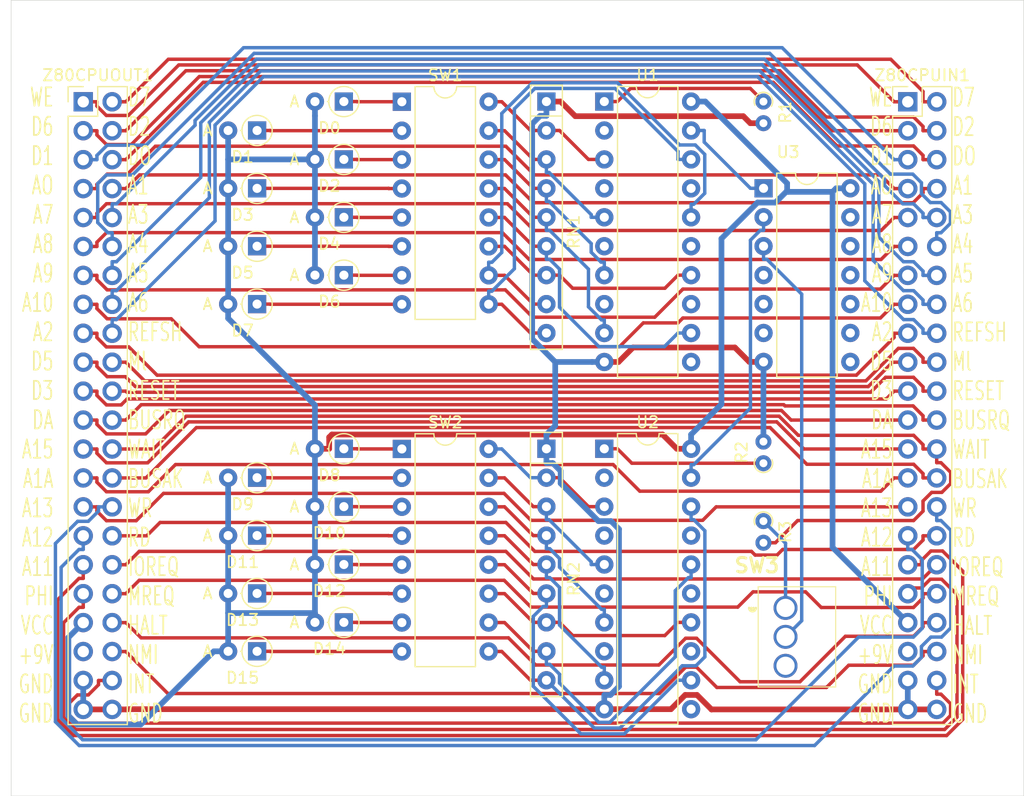
<source format=kicad_pcb>
(kicad_pcb (version 20211014) (generator pcbnew)
  (title_block (comment 4 "AISLER Project ID: CVXCAKVG"))
  (layers (0 "F.Cu" signal) (31 "B.Cu" signal) (34 "B.Paste" user) (35 "F.Paste" user) (36 "B.SilkS" user "B.Silkscreen") (37 "F.SilkS" user "F.Silkscreen") (38 "B.Mask" user) (39 "F.Mask" user) (44 "Edge.Cuts" user))
  (net 0 "")
  (net 1 "/A0")
  (net 2 "GND")
  (net 3 "Net-(D1-Pad1)")
  (net 4 "Net-(D3-Pad1)")
  (net 5 "VCC")
  (net 6 "Net-(D4-Pad1)")
  (net 7 "Net-(D5-Pad1)")
  (net 8 "/A11")
  (net 9 "Net-(D6-Pad1)")
  (net 10 "/A12")
  (net 11 "Net-(D7-Pad1)")
  (net 12 "/A13")
  (net 13 "Net-(D8-Pad1)")
  (net 14 "/A14")
  (net 15 "Net-(D9-Pad1)")
  (net 16 "/A15")
  (net 17 "Net-(D10-Pad1)")
  (net 18 "Net-(D11-Pad1)")
  (net 19 "Net-(D12-Pad1)")
  (net 20 "Net-(D13-Pad1)")
  (net 21 "Net-(D14-Pad1)")
  (net 22 "/A2")
  (net 23 "/A6")
  (net 24 "/A10")
  (net 25 "/A5")
  (net 26 "/A9")
  (net 27 "/A4")
  (net 28 "/A8")
  (net 29 "/A3")
  (net 30 "/A7")
  (net 31 "/A1")
  (net 32 "Net-(D15-Pad1)")
  (net 33 "Net-(R1-Pad1)")
  (net 34 "Net-(RN1-Pad2)")
  (net 35 "Net-(RN1-Pad3)")
  (net 36 "Net-(RN1-Pad4)")
  (net 37 "Net-(R2-Pad1)")
  (net 38 "Net-(R3-Pad1)")
  (net 39 "Net-(RN1-Pad5)")
  (net 40 "Net-(RN1-Pad6)")
  (net 41 "Net-(RN1-Pad7)")
  (net 42 "Net-(RN1-Pad8)")
  (net 43 "Net-(RN1-Pad9)")
  (net 44 "Net-(RN2-Pad2)")
  (net 45 "Net-(RN2-Pad3)")
  (net 46 "Net-(RN2-Pad4)")
  (net 47 "Net-(RN2-Pad5)")
  (net 48 "Net-(RN2-Pad6)")
  (net 49 "Net-(RN2-Pad7)")
  (net 50 "Net-(RN2-Pad8)")
  (net 51 "Net-(RN2-Pad9)")
  (net 52 "Net-(U3-Pad3)")
  (net 54 "Net-(U1-Pad19)")
  (net 55 "Net-(U2-Pad19)")
  (net 57 "Net-(D0-Pad1)")
  (net 68 "/~{RESET}_IN")
  (net 69 "/~{WAIT}_IN")
  (net 70 "/~{WE}_IN")
  (net 71 "/D6_IN")
  (net 72 "/D1_IN")
  (net 73 "/A0_IN")
  (net 74 "/A7_IN")
  (net 75 "/A8_IN")
  (net 76 "/A9_IN")
  (net 77 "/A10_IN")
  (net 78 "/A2_IN")
  (net 79 "/D5_IN")
  (net 80 "/D3_IN")
  (net 81 "/D4_IN")
  (net 82 "/A15_IN")
  (net 83 "/A14_IN")
  (net 84 "/A13_IN")
  (net 85 "/A12_IN")
  (net 86 "/A11_IN")
  (net 87 "/PHI_IN")
  (net 88 "/D7_IN")
  (net 89 "/D2_IN")
  (net 90 "/D0_IN")
  (net 91 "/A1_IN")
  (net 92 "/A3_IN")
  (net 93 "/A4_IN")
  (net 94 "/A5_IN")
  (net 95 "/A6_IN")
  (net 96 "/~{REFSH}_IN")
  (net 97 "/~{M1}_IN")
  (net 98 "/~{BUSRQ}_IN")
  (net 99 "/~{BUSAK}_IN")
  (net 100 "/~{WR}_IN")
  (net 101 "/~{RD}_IN")
  (net 102 "/~{IOREQ}_IN")
  (net 103 "/~{MREQ}_IN")
  (net 104 "/~{HALT}_IN")
  (net 105 "/~{NMI}_IN")
  (net 106 "/~{INT}_IN")
  (net 107 "Net-(D2-Pad1)")
  (footprint "Connector_PinHeader_2.54mm:PinHeader_2x22_P2.54mm_Vertical" (layer "F.Cu") (at 205.71 72.41)
    (fp_text reference "Z80CPUIN1")
    (fp_text value "Conn_02x22_Odd_Even")
  )
  (footprint "Resistor_THT:R_Axial_DIN0204_L3.6mm_D1.6mm_P1.90mm_Vertical" (layer "F.Cu") (at 193.04 72.39 -90)
    (fp_text reference "R1")
    (fp_text value "R")
  )
  (footprint "Resistor_THT:R_Axial_DIN0204_L3.6mm_D1.6mm_P1.90mm_Vertical" (layer "F.Cu") (at 193.04 104.14 90)
    (fp_text reference "R2")
    (fp_text value "R")
  )
  (footprint "Resistor_THT:R_Axial_DIN0204_L3.6mm_D1.6mm_P1.90mm_Vertical" (layer "F.Cu") (at 193.04 109.22 -90)
    (fp_text reference "R3")
    (fp_text value "R")
  )
  (footprint "Package_DIP:DIP-20_W7.62mm" (layer "F.Cu") (at 179.07 72.39)
    (fp_text reference "U1")
    (fp_text value "74HCT688")
  )
  (footprint "Package_DIP:DIP-20_W7.62mm" (layer "F.Cu") (at 179.07 102.87)
    (fp_text reference "U2")
    (fp_text value "74HCT688")
  )
  (footprint "Package_DIP:DIP-14_W7.62mm" (layer "F.Cu") (at 193.05 80.005)
    (fp_text reference "U3")
    (fp_text value "74LS32")
  )
  (footprint "Package_DIP:DIP-16_W7.62mm" (layer "F.Cu") (at 161.3 72.405)
    (fp_text reference "SW1")
    (fp_text value "SW_DIP_x08")
  )
  (footprint "Package_DIP:DIP-16_W7.62mm" (layer "F.Cu") (at 161.3 102.885)
    (fp_text reference "SW2")
    (fp_text value "SW_DIP_x08")
  )
  (footprint "ExtraFootprints:B13AP" (layer "F.Cu") (at 194.98 116.84)
    (fp_text reference "SW3")
    (fp_text value "SW_DPST" hide)
  )
  (footprint "Resistor_THT:R_Array_SIP9" (layer "F.Cu") (at 173.99 72.39 -90)
    (fp_text reference "RN1")
    (fp_text value "R_Network08")
  )
  (footprint "Resistor_THT:R_Array_SIP9" (layer "F.Cu") (at 173.99 102.87 -90)
    (fp_text reference "RN2")
    (fp_text value "R_Network08")
  )
  (footprint "Diode_THT:D_DO-35_SOD27_P2.54mm_Vertical_AnodeUp" (layer "F.Cu") (at 148.59 110.49 180)
    (fp_text reference "D11")
    (fp_text value "1N4148")
  )
  (footprint "Connector_PinHeader_2.54mm:PinHeader_2x22_P2.54mm_Vertical" (layer "F.Cu") (at 133.33 72.41)
    (fp_text reference "Z80CPUOUT1")
    (fp_text value "Conn_02x22_Odd_Even")
  )
  (footprint "Diode_THT:D_DO-35_SOD27_P2.54mm_Vertical_AnodeUp" (layer "F.Cu") (at 156.21 87.63 180)
    (fp_text reference "D6")
    (fp_text value "1N4148")
  )
  (footprint "Diode_THT:D_DO-35_SOD27_P2.54mm_Vertical_AnodeUp" (layer "F.Cu") (at 148.59 85.09 180)
    (fp_text reference "D5")
    (fp_text value "1N4148")
  )
  (footprint "Diode_THT:D_DO-35_SOD27_P2.54mm_Vertical_AnodeUp" (layer "F.Cu") (at 148.59 74.93 180)
    (fp_text reference "D1")
    (fp_text value "1N4148")
  )
  (footprint "Diode_THT:D_DO-35_SOD27_P2.54mm_Vertical_AnodeUp" (layer "F.Cu") (at 148.59 90.17 180)
    (fp_text reference "D7")
    (fp_text value "1N4148")
  )
  (footprint "Diode_THT:D_DO-35_SOD27_P2.54mm_Vertical_AnodeUp" (layer "F.Cu") (at 156.21 113.03 180)
    (fp_text reference "D12")
    (fp_text value "1N4148")
  )
  (footprint "Diode_THT:D_DO-35_SOD27_P2.54mm_Vertical_AnodeUp" (layer "F.Cu") (at 148.59 115.57 180)
    (fp_text reference "D13")
    (fp_text value "1N4148")
  )
  (footprint "Diode_THT:D_DO-35_SOD27_P2.54mm_Vertical_AnodeUp" (layer "F.Cu") (at 156.21 118.11 180)
    (fp_text reference "D14")
    (fp_text value "1N4148")
  )
  (footprint "Diode_THT:D_DO-35_SOD27_P2.54mm_Vertical_AnodeUp" (layer "F.Cu") (at 156.21 107.95 180)
    (fp_text reference "D10")
    (fp_text value "1N4148")
  )
  (footprint "Diode_THT:D_DO-35_SOD27_P2.54mm_Vertical_AnodeUp" (layer "F.Cu") (at 156.21 72.39 180)
    (fp_text reference "D0")
    (fp_text value "1N4148")
  )
  (footprint "Diode_THT:D_DO-35_SOD27_P2.54mm_Vertical_AnodeUp" (layer "F.Cu") (at 156.21 77.47 180)
    (fp_text reference "D2")
    (fp_text value "1N4148")
  )
  (footprint "Diode_THT:D_DO-35_SOD27_P2.54mm_Vertical_AnodeUp" (layer "F.Cu") (at 148.59 80.01 180)
    (fp_text reference "D3")
    (fp_text value "1N4148")
  )
  (footprint "Diode_THT:D_DO-35_SOD27_P2.54mm_Vertical_AnodeUp" (layer "F.Cu") (at 156.21 82.55 180)
    (fp_text reference "D4")
    (fp_text value "1N4148")
  )
  (footprint "Diode_THT:D_DO-35_SOD27_P2.54mm_Vertical_AnodeUp" (layer "F.Cu") (at 148.59 120.65 180)
    (fp_text reference "D15")
    (fp_text value "1N4148")
  )
  (footprint "Diode_THT:D_DO-35_SOD27_P2.54mm_Vertical_AnodeUp" (layer "F.Cu") (at 148.59 105.41 180)
    (fp_text reference "D9")
    (fp_text value "1N4148")
  )
  (footprint "Diode_THT:D_DO-35_SOD27_P2.54mm_Vertical_AnodeUp" (layer "F.Cu") (at 156.21 102.87 180)
    (fp_text reference "D8")
    (fp_text value "1N4148")
  )
  (gr_line (start 127.005 133.35) (end 215.895 133.35) (layer "Edge.Cuts") (width 0.05))
  (gr_line (start 127 63.5) (end 127.005 133.35) (layer "Edge.Cuts") (width 0.05))
  (gr_line (start 215.895 133.35) (end 215.89 63.5) (layer "Edge.Cuts") (width 0.05))
  (gr_line (start 215.89 63.5) (end 127 63.5) (layer "Edge.Cuts") (width 0.05))
  (gr_text "D7\nD2\nDO\nA1\nA3\nA4\nA5\nA6\nREFSH\nMl\nRESET\nBUSRQ\nWAIT\nBUSAK\nWR\nRD\nIOREQ\nMREQ\nHALT\nNMI\nINT\nGND" (at 137.16 99.06) (layer "F.SilkS") (effects (font (size 1.6 1)) (justify left)))
  (gr_text "WE\nD6\nD1\nAO\nA7\nA8\nA9\nA10\nA2\nD5\nD3\nDA\nA15\nA1A\nA13\nA12\nA11\nPHI\nVCC\n+9V\nGND\nGND" (at 130.81 99.06) (layer "F.SilkS") (effects (font (size 1.6 1)) (justify right)))
  (gr_text "D7\nD2\nDO\nA1\nA3\nA4\nA5\nA6\nREFSH\nMl\nRESET\nBUSRQ\nWAIT\nBUSAK\nWR\nRD\nIOREQ\nMREQ\nHALT\nNMI\nINT\nGND" (at 209.54 99.08) (layer "F.SilkS") (effects (font (size 1.6 1)) (justify left)))
  (gr_text "WE\nD6\nD1\nAO\nA7\nA8\nA9\nA10\nA2\nD5\nD3\nDA\nA15\nA1A\nA13\nA12\nA11\nPHI\nVCC\n+9V\nGND\nGND" (at 204.46 99.06) (layer "F.SilkS") (effects (font (size 1.6 1)) (justify right)))
  (segment (start 179.07 125.73) (end 180.3203 125.73) (width 0.5) (layer "F.Cu") (net 2))
  (segment (start 204.4097 125.75) (end 188.4782 125.75) (width 0.5) (layer "F.Cu") (net 2))
  (segment (start 193.05 95.245) (end 191.7997 95.245) (width 0.5) (layer "F.Cu") (net 2))
  (segment (start 186.172 124.4797) (end 184.9217 125.73) (width 0.5) (layer "F.Cu") (net 2))
  (segment (start 137.1903 125.73) (end 137.1703 125.75) (width 0.5) (layer "F.Cu") (net 2))
  (segment (start 133.33 125.75) (end 135.87 125.75) (width 0.5) (layer "F.Cu") (net 2))
  (segment (start 135.87 125.75) (end 137.1703 125.75) (width 0.5) (layer "F.Cu") (net 2))
  (segment (start 188.4782 125.75) (end 188.4782 125.7499) (width 0.5) (layer "F.Cu") (net 2))
  (segment (start 173.99 72.39) (end 175.2403 72.39) (width 0.5) (layer "F.Cu") (net 2))
  (segment (start 177.8197 125.73) (end 137.1903 125.73) (width 0.5) (layer "F.Cu") (net 2))
  (segment (start 191.2736 73.6739) (end 191.8897 74.29) (width 0.5) (layer "F.Cu") (net 2))
  (segment (start 181.5903 93.98) (end 180.3203 95.25) (width 0.5) (layer "F.Cu") (net 2))
  (segment (start 193.04 74.29) (end 191.8897 74.29) (width 0.5) (layer "F.Cu") (net 2))
  (segment (start 205.71 125.75) (end 204.4097 125.75) (width 0.5) (layer "F.Cu") (net 2))
  (segment (start 190.5347 93.98) (end 181.5903 93.98) (width 0.5) (layer "F.Cu") (net 2))
  (segment (start 184.9217 125.73) (end 180.3203 125.73) (width 0.5) (layer "F.Cu") (net 2))
  (segment (start 208.25 125.75) (end 205.71 125.75) (width 0.5) (layer "F.Cu") (net 2))
  (segment (start 179.07 125.73) (end 177.8197 125.73) (width 0.5) (layer "F.Cu") (net 2))
  (segment (start 176.5242 73.6739) (end 191.2736 73.6739) (width 0.5) (layer "F.Cu") (net 2))
  (segment (start 175.2403 72.39) (end 176.5242 73.6739) (width 0.5) (layer "F.Cu") (net 2))
  (segment (start 187.208 124.4797) (end 186.172 124.4797) (width 0.5) (layer "F.Cu") (net 2))
  (segment (start 188.4782 125.7499) (end 187.208 124.4797) (width 0.5) (layer "F.Cu") (net 2))
  (segment (start 179.07 95.25) (end 180.3203 95.25) (width 0.5) (layer "F.Cu") (net 2))
  (segment (start 191.7997 95.245) (end 190.5347 93.98) (width 0.5) (layer "F.Cu") (net 2))
  (segment (start 174.7617 95.25) (end 174.7617 100.848) (width 0.5) (layer "B.Cu") (net 2))
  (segment (start 175.2403 105.9041) (end 178.5562 109.22) (width 0.5) (layer "B.Cu") (net 2))
  (segment (start 180.3596 109.9207) (end 180.3596 123.734) (width 0.5) (layer "B.Cu") (net 2))
  (segment (start 173.99 72.39) (end 173.99 73.6403) (width 0.5) (layer "B.Cu") (net 2))
  (segment (start 133.33 125.75) (end 133.33 123.21) (width 0.5) (layer "B.Cu") (net 2))
  (segment (start 193.05 96.4953) (end 193.04 96.5053) (width 0.5) (layer "B.Cu") (net 2))
  (segment (start 180.3596 123.734) (end 179.6139 124.4797) (width 0.5) (layer "B.Cu") (net 2))
  (segment (start 175.2403 104.8235) (end 175.2403 105.9041) (width 0.5) (layer "B.Cu") (net 2))
  (segment (start 179.07 95.25) (end 177.9948 95.25) (width 0.5) (layer "B.Cu") (net 2))
  (segment (start 173.443 73.6403) (end 172.7396 74.3437) (width 0.5) (layer "B.Cu") (net 2))
  (segment (start 172.7396 93.2279) (end 174.7617 95.25) (width 0.5) (layer "B.Cu") (net 2))
  (segment (start 173.99 104.1203) (end 174.5371 104.1203) (width 0.5) (layer "B.Cu") (net 2))
  (segment (start 179.07 125.73) (end 179.07 124.4797) (width 0.5) (layer "B.Cu") (net 2))
  (segment (start 173.99 73.6403) (end 173.443 73.6403) (width 0.5) (layer "B.Cu") (net 2))
  (segment (start 173.99 102.87) (end 173.99 101.6197) (width 0.5) (layer "B.Cu") (net 2))
  (segment (start 179.6589 109.22) (end 180.3596 109.9207) (width 0.5) (layer "B.Cu") (net 2))
  (segment (start 179.6139 124.4797) (end 179.07 124.4797) (width 0.5) (layer "B.Cu") (net 2))
  (segment (start 193.05 95.245) (end 193.05 96.4953) (width 0.5) (layer "B.Cu") (net 2))
  (segment (start 178.5562 109.22) (end 179.6589 109.22) (width 0.5) (layer "B.Cu") (net 2))
  (segment (start 172.7396 74.3437) (end 172.7396 93.2279) (width 0.5) (layer "B.Cu") (net 2))
  (segment (start 174.5371 104.1203) (end 175.2403 104.8235) (width 0.5) (layer "B.Cu") (net 2))
  (segment (start 205.71 125.75) (end 205.71 123.21) (width 0.5) (layer "B.Cu") (net 2))
  (segment (start 174.7617 100.848) (end 173.99 101.6197) (width 0.5) (layer "B.Cu") (net 2))
  (segment (start 173.99 102.87) (end 173.99 104.1203) (width 0.5) (layer "B.Cu") (net 2))
  (segment (start 174.7617 95.25) (end 177.9948 95.25) (width 0.5) (layer "B.Cu") (net 2))
  (segment (start 193.04 96.5053) (end 193.04 102.24) (width 0.5) (layer "B.Cu") (net 2))
  (segment (start 148.59 74.93) (end 149.7403 74.93) (width 0.3) (layer "F.Cu") (net 3))
  (segment (start 149.7553 74.945) (end 149.7403 74.93) (width 0.3) (layer "F.Cu") (net 3))
  (segment (start 161.3 74.945) (end 149.7553 74.945) (width 0.3) (layer "F.Cu") (net 3))
  (segment (start 161.3 80.025) (end 160.1497 80.025) (width 0.3) (layer "F.Cu") (net 4))
  (segment (start 160.1497 80.025) (end 160.1347 80.01) (width 0.3) (layer "F.Cu") (net 4))
  (segment (start 160.1347 80.01) (end 148.59 80.01) (width 0.3) (layer "F.Cu") (net 4))
  (segment (start 154.9203 101.8545) (end 154.9203 102.87) (width 0.5) (layer "F.Cu") (net 5))
  (segment (start 186.69 102.87) (end 185.4397 102.87) (width 0.5) (layer "F.Cu") (net 5))
  (segment (start 185.4397 102.87) (end 184.1893 101.6196) (width 0.5) (layer "F.Cu") (net 5))
  (segment (start 184.1893 101.6196) (end 155.1552 101.6196) (width 0.5) (layer "F.Cu") (net 5))
  (segment (start 155.1552 101.6196) (end 154.9203 101.8545) (width 0.5) (layer "F.Cu") (net 5))
  (segment (start 153.67 102.87) (end 154.9203 102.87) (width 0.5) (layer "F.Cu") (net 5))
  (segment (start 146.05 120.65) (end 144.7997 120.65) (width 0.5) (layer "B.Cu") (net 5))
  (segment (start 132.7901 127.0686) (end 132.0257 126.3042) (width 0.5) (layer "B.Cu") (net 5))
  (segment (start 146.05 117.29) (end 146.05 120.65) (width 0.5) (layer "B.Cu") (net 5))
  (segment (start 194.0931 81.2554) (end 192.5216 81.2554) (width 0.5) (layer "B.Cu") (net 5))
  (segment (start 153.67 77.47) (end 153.67 73.6403) (width 0.5) (layer "B.Cu") (net 5))
  (segment (start 187.9403 72.39) (end 195.1197 79.5694) (width 0.5) (layer "B.Cu") (net 5))
  (segment (start 199.1072 80.3175) (end 195.2084 80.3175) (width 0.5) (layer "B.Cu") (net 5))
  (segment (start 153.67 102.87) (end 153.67 99.0403) (width 0.5) (layer "B.Cu") (net 5))
  (segment (start 132.0257 119.4343) (end 133.33 118.13) (width 0.5) (layer "B.Cu") (net 5))
  (segment (start 146.05 85.09) (end 146.05 90.17) (width 0.5) (layer "B.Cu") (net 5))
  (segment (start 146.05 80.01) (end 146.05 85.09) (width 0.5) (layer "B.Cu") (net 5))
  (segment (start 153.67 107.95) (end 153.67 102.87) (width 0.5) (layer "B.Cu") (net 5))
  (segment (start 200.67 80.005) (end 199.4197 80.005) (width 0.5) (layer "B.Cu") (net 5))
  (segment (start 138.3811 127.0686) (end 132.7901 127.0686) (width 0.5) (layer "B.Cu") (net 5))
  (segment (start 186.69 72.39) (end 187.9403 72.39) (width 0.5) (layer "B.Cu") (net 5))
  (segment (start 195.2084 80.3175) (end 195.1197 80.2288) (width 0.5) (layer "B.Cu") (net 5))
  (segment (start 153.67 117.29) (end 153.67 118.11) (width 0.5) (layer "B.Cu") (net 5))
  (segment (start 199.1072 111.5272) (end 205.71 118.13) (width 0.5) (layer "B.Cu") (net 5))
  (segment (start 189.3563 98.9534) (end 186.69 101.6197) (width 0.5) (layer "B.Cu") (net 5))
  (segment (start 153.67 113.03) (end 153.67 117.29) (width 0.5) (layer "B.Cu") (net 5))
  (segment (start 153.67 82.55) (end 153.67 87.63) (width 0.5) (layer "B.Cu") (net 5))
  (segment (start 195.1197 79.5694) (end 195.1197 80.2288) (width 0.5) (layer "B.Cu") (net 5))
  (segment (start 146.05 110.49) (end 146.05 115.57) (width 0.5) (layer "B.Cu") (net 5))
  (segment (start 146.05 90.17) (end 146.05 91.4203) (width 0.5) (layer "B.Cu") (net 5))
  (segment (start 146.05 74.93) (end 146.05 77.47) (width 0.5) (layer "B.Cu") (net 5))
  (segment (start 132.0257 126.3042) (end 132.0257 119.4343) (width 0.5) (layer "B.Cu") (net 5))
  (segment (start 153.67 117.29) (end 146.05 117.29) (width 0.5) (layer "B.Cu") (net 5))
  (segment (start 153.67 72.39) (end 153.67 73.6403) (width 0.5) (layer "B.Cu") (net 5))
  (segment (start 153.67 107.95) (end 153.67 113.03) (width 0.5) (layer "B.Cu") (net 5))
  (segment (start 192.5216 81.2554) (end 189.3563 84.4207) (width 0.5) (layer "B.Cu") (net 5))
  (segment (start 199.1072 80.3175) (end 199.1072 111.5272) (width 0.5) (layer "B.Cu") (net 5))
  (segment (start 146.05 77.47) (end 146.05 80.01) (width 0.5) (layer "B.Cu") (net 5))
  (segment (start 153.67 77.47) (end 153.67 82.55) (width 0.5) (layer "B.Cu") (net 5))
  (segment (start 195.1197 80.2288) (end 194.0931 81.2554) (width 0.5) (layer "B.Cu") (net 5))
  (segment (start 199.4197 80.005) (end 199.1072 80.3175) (width 0.5) (layer "B.Cu") (net 5))
  (segment (start 189.3563 84.4207) (end 189.3563 98.9534) (width 0.5) (layer "B.Cu") (net 5))
  (segment (start 146.05 115.57) (end 146.05 117.29) (width 0.5) (layer "B.Cu") (net 5))
  (segment (start 146.05 105.41) (end 146.05 110.49) (width 0.5) (layer "B.Cu") (net 5))
  (segment (start 186.69 102.87) (end 186.69 101.6197) (width 0.5) (layer "B.Cu") (net 5))
  (segment (start 153.67 99.0403) (end 146.05 91.4203) (width 0.5) (layer "B.Cu") (net 5))
  (segment (start 146.05 77.47) (end 153.67 77.47) (width 0.5) (layer "B.Cu") (net 5))
  (segment (start 144.7997 120.65) (end 138.3811 127.0686) (width 0.5) (layer "B.Cu") (net 5))
  (segment (start 156.21 82.55) (end 157.3603 82.55) (width 0.3) (layer "F.Cu") (net 6))
  (segment (start 157.3753 82.565) (end 157.3603 82.55) (width 0.3) (layer "F.Cu") (net 6))
  (segment (start 161.3 82.565) (end 157.3753 82.565) (width 0.3) (layer "F.Cu") (net 6))
  (segment (start 160.1497 85.105) (end 160.1347 85.09) (width 0.3) (layer "F.Cu") (net 7))
  (segment (start 161.3 85.105) (end 160.1497 85.105) (width 0.3) (layer "F.Cu") (net 7))
  (segment (start 160.1347 85.09) (end 148.59 85.09) (width 0.3) (layer "F.Cu") (net 7))
  (segment (start 161.3 87.645) (end 157.3753 87.645) (width 0.3) (layer "F.Cu") (net 9))
  (segment (start 157.3753 87.645) (end 157.3603 87.63) (width 0.3) (layer "F.Cu") (net 9))
  (segment (start 156.21 87.63) (end 157.3603 87.63) (width 0.3) (layer "F.Cu") (net 9))
  (segment (start 148.59 90.17) (end 149.7403 90.17) (width 0.3) (layer "F.Cu") (net 11))
  (segment (start 149.7553 90.185) (end 149.7403 90.17) (width 0.3) (layer "F.Cu") (net 11))
  (segment (start 161.3 90.185) (end 149.7553 90.185) (width 0.3) (layer "F.Cu") (net 11))
  (segment (start 161.3 102.885) (end 157.3753 102.885) (width 0.3) (layer "F.Cu") (net 13))
  (segment (start 156.21 102.87) (end 157.3603 102.87) (width 0.3) (layer "F.Cu") (net 13))
  (segment (start 157.3753 102.885) (end 157.3603 102.87) (width 0.3) (layer "F.Cu") (net 13))
  (segment (start 149.7553 105.425) (end 149.7403 105.41) (width 0.3) (layer "F.Cu") (net 15))
  (segment (start 148.59 105.41) (end 149.7403 105.41) (width 0.3) (layer "F.Cu") (net 15))
  (segment (start 161.3 105.425) (end 149.7553 105.425) (width 0.3) (layer "F.Cu") (net 15))
  (segment (start 161.3 107.965) (end 157.3753 107.965) (width 0.3) (layer "F.Cu") (net 17))
  (segment (start 157.3753 107.965) (end 157.3603 107.95) (width 0.3) (layer "F.Cu") (net 17))
  (segment (start 156.21 107.95) (end 157.3603 107.95) (width 0.3) (layer "F.Cu") (net 17))
  (segment (start 160.1347 110.49) (end 148.59 110.49) (width 0.3) (layer "F.Cu") (net 18))
  (segment (start 160.1497 110.505) (end 160.1347 110.49) (width 0.3) (layer "F.Cu") (net 18))
  (segment (start 161.3 110.505) (end 160.1497 110.505) (width 0.3) (layer "F.Cu") (net 18))
  (segment (start 156.21 113.03) (end 157.3603 113.03) (width 0.3) (layer "F.Cu") (net 19))
  (segment (start 161.3 113.045) (end 157.3753 113.045) (width 0.3) (layer "F.Cu") (net 19))
  (segment (start 157.3753 113.045) (end 157.3603 113.03) (width 0.3) (layer "F.Cu") (net 19))
  (segment (start 161.3 115.585) (end 160.1497 115.585) (width 0.3) (layer "F.Cu") (net 20))
  (segment (start 160.1347 115.57) (end 148.59 115.57) (width 0.3) (layer "F.Cu") (net 20))
  (segment (start 160.1497 115.585) (end 160.1347 115.57) (width 0.3) (layer "F.Cu") (net 20))
  (segment (start 156.21 118.11) (end 157.3603 118.11) (width 0.3) (layer "F.Cu") (net 21))
  (segment (start 157.3753 118.125) (end 157.3603 118.11) (width 0.3) (layer "F.Cu") (net 21))
  (segment (start 161.3 118.125) (end 157.3753 118.125) (width 0.3) (layer "F.Cu") (net 21))
  (segment (start 148.59 120.65) (end 149.7403 120.65) (width 0.3) (layer "F.Cu") (net 32))
  (segment (start 149.7553 120.665) (end 149.7403 120.65) (width 0.3) (layer "F.Cu") (net 32))
  (segment (start 161.3 120.665) (end 149.7553 120.665) (width 0.3) (layer "F.Cu") (net 32))
  (segment (start 179.07 72.39) (end 180.2203 72.39) (width 0.3) (layer "F.Cu") (net 33))
  (segment (start 193.04 72.39) (end 191.8897 71.2397) (width 0.3) (layer "F.Cu") (net 33))
  (segment (start 181.3706 71.2397) (end 180.2203 72.39) (width 0.3) (layer "F.Cu") (net 33))
  (segment (start 191.8897 71.2397) (end 181.3706 71.2397) (width 0.3) (layer "F.Cu") (net 33))
  (segment (start 172.5953 74.93) (end 173.99 74.93) (width 0.3) (layer "F.Cu") (net 34))
  (segment (start 173.99 74.93) (end 175.1403 74.93) (width 0.3) (layer "F.Cu") (net 34))
  (segment (start 168.92 72.405) (end 170.0703 72.405) (width 0.3) (layer "F.Cu") (net 34))
  (segment (start 175.1403 74.93) (end 177.6803 77.47) (width 0.3) (layer "F.Cu") (net 34))
  (segment (start 177.6803 77.47) (end 179.07 77.47) (width 0.3) (layer "F.Cu") (net 34))
  (segment (start 170.0703 72.405) (end 172.5953 74.93) (width 0.3) (layer "F.Cu") (net 34))
  (segment (start 170.3147 74.945) (end 168.92 74.945) (width 0.3) (layer "F.Cu") (net 35))
  (segment (start 173.99 77.47) (end 172.8397 77.47) (width 0.3) (layer "F.Cu") (net 35))
  (segment (start 172.8397 77.47) (end 170.3147 74.945) (width 0.3) (layer "F.Cu") (net 35))
  (segment (start 179.07 82.55) (end 177.9197 82.55) (width 0.3) (layer "B.Cu") (net 35))
  (segment (start 177.9197 82.55) (end 177.9197 82.3117) (width 0.3) (layer "B.Cu") (net 35))
  (segment (start 173.99 77.47) (end 173.99 78.6203) (width 0.3) (layer "B.Cu") (net 35))
  (segment (start 177.9197 82.3117) (end 174.2283 78.6203) (width 0.3) (layer "B.Cu") (net 35))
  (segment (start 174.2283 78.6203) (end 173.99 78.6203) (width 0.3) (layer "B.Cu") (net 35))
  (segment (start 172.8397 80.01) (end 170.3147 77.485) (width 0.3) (layer "F.Cu") (net 36))
  (segment (start 170.3147 77.485) (end 168.92 77.485) (width 0.3) (layer "F.Cu") (net 36))
  (segment (start 173.99 80.01) (end 172.8397 80.01) (width 0.3) (layer "F.Cu") (net 36))
  (segment (start 179.07 86.4797) (end 178.7823 86.4797) (width 0.3) (layer "B.Cu") (net 36))
  (segment (start 179.07 87.63) (end 179.07 86.4797) (width 0.3) (layer "B.Cu") (net 36))
  (segment (start 177.9197 85.6171) (end 177.9197 84.8517) (width 0.3) (layer "B.Cu") (net 36))
  (segment (start 178.7823 86.4797) (end 177.9197 85.6171) (width 0.3) (layer "B.Cu") (net 36))
  (segment (start 173.99 80.01) (end 173.99 81.1603) (width 0.3) (layer "B.Cu") (net 36))
  (segment (start 174.2283 81.1603) (end 173.99 81.1603) (width 0.3) (layer "B.Cu") (net 36))
  (segment (start 177.9197 84.8517) (end 174.2283 81.1603) (width 0.3) (layer "B.Cu") (net 36))
  (segment (start 181.4903 104.14) (end 180.2203 102.87) (width 0.3) (layer "F.Cu") (net 37))
  (segment (start 193.04 104.14) (end 181.4903 104.14) (width 0.3) (layer "F.Cu") (net 37))
  (segment (start 179.07 102.87) (end 180.2203 102.87) (width 0.3) (layer "F.Cu") (net 37))
  (segment (start 194.98 116.84) (end 194.98 111.16) (width 0.3) (layer "B.Cu") (net 38))
  (segment (start 194.98 111.16) (end 193.04 109.22) (width 0.3) (layer "B.Cu") (net 38))
  (segment (start 170.3147 80.025) (end 168.92 80.025) (width 0.3) (layer "F.Cu") (net 39))
  (segment (start 173.99 82.55) (end 172.8397 82.55) (width 0.3) (layer "F.Cu") (net 39))
  (segment (start 172.8397 82.55) (end 170.3147 80.025) (width 0.3) (layer "F.Cu") (net 39))
  (segment (start 179.07 92.71) (end 179.07 91.5597) (width 0.3) (layer "B.Cu") (net 39))
  (segment (start 178.8316 91.5597) (end 179.07 91.5597) (width 0.3) (layer "B.Cu") (net 39))
  (segment (start 173.99 83.7003) (end 174.2776 83.7003) (width 0.3) (layer "B.Cu") (net 39))
  (segment (start 177.6804 90.4085) (end 178.8316 91.5597) (width 0.3) (layer "B.Cu") (net 39))
  (segment (start 174.2776 83.7003) (end 177.6804 87.1031) (width 0.3) (layer "B.Cu") (net 39))
  (segment (start 177.6804 87.1031) (end 177.6804 90.4085) (width 0.3) (layer "B.Cu") (net 39))
  (segment (start 173.99 82.55) (end 173.99 83.7003) (width 0.3) (layer "B.Cu") (net 39))
  (segment (start 170.3147 82.565) (end 168.92 82.565) (width 0.3) (layer "F.Cu") (net 40))
  (segment (start 172.8397 85.09) (end 170.3147 82.565) (width 0.3) (layer "F.Cu") (net 40))
  (segment (start 173.99 85.09) (end 172.8397 85.09) (width 0.3) (layer "F.Cu") (net 40))
  (segment (start 175.1403 90.4481) (end 178.5928 93.9006) (width 0.3) (layer "B.Cu") (net 40))
  (segment (start 173.99 86.2403) (end 174.2777 86.2403) (width 0.3) (layer "B.Cu") (net 40))
  (segment (start 175.1403 87.1029) (end 175.1403 90.4481) (width 0.3) (layer "B.Cu") (net 40))
  (segment (start 186.69 92.71) (end 185.5397 92.71) (width 0.3) (layer "B.Cu") (net 40))
  (segment (start 174.2777 86.2403) (end 175.1403 87.1029) (width 0.3) (layer "B.Cu") (net 40))
  (segment (start 173.99 85.09) (end 173.99 86.2403) (width 0.3) (layer "B.Cu") (net 40))
  (segment (start 178.5928 93.9006) (end 184.3491 93.9006) (width 0.3) (layer "B.Cu") (net 40))
  (segment (start 184.3491 93.9006) (end 185.5397 92.71) (width 0.3) (layer "B.Cu") (net 40))
  (segment (start 186.69 87.63) (end 185.5397 87.63) (width 0.3) (layer "F.Cu") (net 41))
  (segment (start 170.3147 85.105) (end 168.92 85.105) (width 0.3) (layer "F.Cu") (net 41))
  (segment (start 184.3893 88.7804) (end 176.2907 88.7804) (width 0.3) (layer "F.Cu") (net 41))
  (segment (start 173.99 87.63) (end 172.8397 87.63) (width 0.3) (layer "F.Cu") (net 41))
  (segment (start 176.2907 88.7804) (end 175.1403 87.63) (width 0.3) (layer "F.Cu") (net 41))
  (segment (start 173.99 87.63) (end 175.1403 87.63) (width 0.3) (layer "F.Cu") (net 41))
  (segment (start 172.8397 87.63) (end 170.3147 85.105) (width 0.3) (layer "F.Cu") (net 41))
  (segment (start 185.5397 87.63) (end 184.3893 88.7804) (width 0.3) (layer "F.Cu") (net 41))
  (segment (start 172.8397 90.17) (end 170.3147 87.645) (width 0.3) (layer "F.Cu") (net 42))
  (segment (start 170.3147 87.645) (end 168.92 87.645) (width 0.3) (layer "F.Cu") (net 42))
  (segment (start 173.99 90.17) (end 172.8397 90.17) (width 0.3) (layer "F.Cu") (net 42))
  (segment (start 187.8879 77.0308) (end 187.0571 76.2) (width 0.3) (layer "B.Cu") (net 42))
  (segment (start 185.6829 76.2) (end 180.2223 70.7394) (width 0.3) (layer "B.Cu") (net 42))
  (segment (start 186.69 81.3997) (end 186.9283 81.3997) (width 0.3) (layer "B.Cu") (net 42))
  (segment (start 170.0703 73.4312) (end 170.0703 85.6321) (width 0.3) (layer "B.Cu") (net 42))
  (segment (start 169.2077 86.4947) (end 168.92 86.4947) (width 0.3) (layer "B.Cu") (net 42))
  (segment (start 168.92 87.645) (end 168.92 86.4947) (width 0.3) (layer "B.Cu") (net 42))
  (segment (start 186.69 82.55) (end 186.69 81.3997) (width 0.3) (layer "B.Cu") (net 42))
  (segment (start 180.2223 70.7394) (end 172.7621 70.7394) (width 0.3) (layer "B.Cu") (net 42))
  (segment (start 187.0571 76.2) (end 185.6829 76.2) (width 0.3) (layer "B.Cu") (net 42))
  (segment (start 172.7621 70.7394) (end 170.0703 73.4312) (width 0.3) (layer "B.Cu") (net 42))
  (segment (start 170.0703 85.6321) (end 169.2077 86.4947) (width 0.3) (layer "B.Cu") (net 42))
  (segment (start 186.9283 81.3997) (end 187.8879 80.4401) (width 0.3) (layer "B.Cu") (net 42))
  (segment (start 187.8879 80.4401) (end 187.8879 77.0308) (width 0.3) (layer "B.Cu") (net 42))
  (segment (start 168.92 90.185) (end 170.0703 90.185) (width 0.3) (layer "F.Cu") (net 43))
  (segment (start 170.0703 90.185) (end 172.5953 92.71) (width 0.3) (layer "F.Cu") (net 43))
  (segment (start 172.5953 92.71) (end 173.99 92.71) (width 0.3) (layer "F.Cu") (net 43))
  (segment (start 180.0151 71.2397) (end 185.5397 76.7643) (width 0.3) (layer "B.Cu") (net 43))
  (segment (start 169.2076 89.0347) (end 171.178 87.0643) (width 0.3) (layer "B.Cu") (net 43))
  (segment (start 172.9693 71.2397) (end 180.0151 71.2397) (width 0.3) (layer "B.Cu") (net 43))
  (segment (start 186.69 77.47) (end 185.5397 77.47) (width 0.3) (layer "B.Cu") (net 43))
  (segment (start 171.178 87.0643) (end 171.178 73.031) (width 0.3) (layer "B.Cu") (net 43))
  (segment (start 171.178 73.031) (end 172.9693 71.2397) (width 0.3) (layer "B.Cu") (net 43))
  (segment (start 168.92 90.185) (end 168.92 89.0347) (width 0.3) (layer "B.Cu") (net 43))
  (segment (start 185.5397 76.7643) (end 185.5397 77.47) (width 0.3) (layer "B.Cu") (net 43))
  (segment (start 168.92 89.0347) (end 169.2076 89.0347) (width 0.3) (layer "B.Cu") (net 43))
  (segment (start 175.1403 105.41) (end 177.6803 107.95) (width 0.3) (layer "F.Cu") (net 44))
  (segment (start 173.99 105.41) (end 175.1403 105.41) (width 0.3) (layer "F.Cu") (net 44))
  (segment (start 177.6803 107.95) (end 179.07 107.95) (width 0.3) (layer "F.Cu") (net 44))
  (segment (start 172.5953 105.41) (end 170.0703 102.885) (width 0.3) (layer "B.Cu") (net 44))
  (segment (start 168.92 102.885) (end 170.0703 102.885) (width 0.3) (layer "B.Cu") (net 44))
  (segment (start 173.99 105.41) (end 172.5953 105.41) (width 0.3) (layer "B.Cu") (net 44))
  (segment (start 173.99 107.95) (end 172.8397 107.95) (width 0.3) (layer "F.Cu") (net 45))
  (segment (start 172.8397 107.95) (end 170.3147 105.425) (width 0.3) (layer "F.Cu") (net 45))
  (segment (start 170.3147 105.425) (end 168.92 105.425) (width 0.3) (layer "F.Cu") (net 45))
  (segment (start 173.99 107.95) (end 173.99 109.1003) (width 0.3) (layer "B.Cu") (net 45))
  (segment (start 174.2283 109.1003) (end 177.9197 112.7917) (width 0.3) (layer "B.Cu") (net 45))
  (segment (start 177.9197 112.7917) (end 177.9197 113.03) (width 0.3) (layer "B.Cu") (net 45))
  (segment (start 173.99 109.1003) (end 174.2283 109.1003) (width 0.3) (layer "B.Cu") (net 45))
  (segment (start 179.07 113.03) (end 177.9197 113.03) (width 0.3) (layer "B.Cu") (net 45))
  (segment (start 173.99 110.49) (end 172.8397 110.49) (width 0.3) (layer "F.Cu") (net 46))
  (segment (start 170.3147 107.965) (end 168.92 107.965) (width 0.3) (layer "F.Cu") (net 46))
  (segment (start 172.8397 110.49) (end 170.3147 107.965) (width 0.3) (layer "F.Cu") (net 46))
  (segment (start 173.99 111.6403) (end 174.2777 111.6403) (width 0.3) (layer "B.Cu") (net 46))
  (segment (start 173.99 110.49) (end 173.99 111.6403) (width 0.3) (layer "B.Cu") (net 46))
  (segment (start 178.8316 116.9597) (end 179.07 116.9597) (width 0.3) (layer "B.Cu") (net 46))
  (segment (start 175.1403 112.5029) (end 175.1403 113.2684) (width 0.3) (layer "B.Cu") (net 46))
  (segment (start 175.1403 113.2684) (end 178.8316 116.9597) (width 0.3) (layer "B.Cu") (net 46))
  (segment (start 179.07 118.11) (end 179.07 116.9597) (width 0.3) (layer "B.Cu") (net 46))
  (segment (start 174.2777 111.6403) (end 175.1403 112.5029) (width 0.3) (layer "B.Cu") (net 46))
  (segment (start 173.99 113.03) (end 172.8397 113.03) (width 0.3) (layer "F.Cu") (net 47))
  (segment (start 170.3147 110.505) (end 168.92 110.505) (width 0.3) (layer "F.Cu") (net 47))
  (segment (start 172.8397 113.03) (end 170.3147 110.505) (width 0.3) (layer "F.Cu") (net 47))
  (segment (start 174.2777 114.1803) (end 175.1403 115.0429) (width 0.3) (layer "B.Cu") (net 47))
  (segment (start 173.99 114.1803) (end 174.2777 114.1803) (width 0.3) (layer "B.Cu") (net 47))
  (segment (start 173.99 113.03) (end 173.99 114.1803) (width 0.3) (layer "B.Cu") (net 47))
  (segment (start 175.1403 118.3484) (end 178.8316 122.0397) (width 0.3) (layer "B.Cu") (net 47))
  (segment (start 178.8316 122.0397) (end 179.07 122.0397) (width 0.3) (layer "B.Cu") (net 47))
  (segment (start 175.1403 115.0429) (end 175.1403 118.3484) (width 0.3) (layer "B.Cu") (net 47))
  (segment (start 179.07 123.19) (end 179.07 122.0397) (width 0.3) (layer "B.Cu") (net 47))
  (segment (start 173.99 115.57) (end 172.8397 115.57) (width 0.3) (layer "F.Cu") (net 48))
  (segment (start 170.3147 113.045) (end 168.92 113.045) (width 0.3) (layer "F.Cu") (net 48))
  (segment (start 172.8397 115.57) (end 170.3147 113.045) (width 0.3) (layer "F.Cu") (net 48))
  (segment (start 177.009 127.8947) (end 180.835 127.8947) (width 0.3) (layer "B.Cu") (net 48))
  (segment (start 173.99 116.7203) (end 173.7024 116.7203) (width 0.3) (layer "B.Cu") (net 48))
  (segment (start 172.8376 117.5851) (end 172.8376 123.7233) (width 0.3) (layer "B.Cu") (net 48))
  (segment (start 186.69 123.19) (end 185.5397 123.19) (width 0.3) (layer "B.Cu") (net 48))
  (segment (start 173.7024 116.7203) (end 172.8376 117.5851) (width 0.3) (layer "B.Cu") (net 48))
  (segment (start 180.835 127.8947) (end 185.5397 123.19) (width 0.3) (layer "B.Cu") (net 48))
  (segment (start 172.8376 123.7233) (end 177.009 127.8947) (width 0.3) (layer "B.Cu") (net 48))
  (segment (start 173.99 115.57) (end 173.99 116.7203) (width 0.3) (layer "B.Cu") (net 48))
  (segment (start 176.2974 119.2671) (end 184.3826 119.2671) (width 0.3) (layer "F.Cu") (net 49))
  (segment (start 173.99 118.11) (end 175.1403 118.11) (width 0.3) (layer "F.Cu") (net 49))
  (segment (start 173.4149 118.11) (end 173.99 118.11) (width 0.3) (layer "F.Cu") (net 49))
  (segment (start 186.69 118.11) (end 185.5397 118.11) (width 0.3) (layer "F.Cu") (net 49))
  (segment (start 175.1403 118.11) (end 176.2974 119.2671) (width 0.3) (layer "F.Cu") (net 49))
  (segment (start 184.3826 119.2671) (end 185.5397 118.11) (width 0.3) (layer "F.Cu") (net 49))
  (segment (start 172.8397 118.11) (end 170.3147 115.585) (width 0.3) (layer "F.Cu") (net 49))
  (segment (start 173.4149 118.11) (end 172.8397 118.11) (width 0.3) (layer "F.Cu") (net 49))
  (segment (start 170.3147 115.585) (end 168.92 115.585) (width 0.3) (layer "F.Cu") (net 49))
  (segment (start 170.3147 118.125) (end 168.92 118.125) (width 0.3) (layer "F.Cu") (net 50))
  (segment (start 173.99 120.65) (end 172.8397 120.65) (width 0.3) (layer "F.Cu") (net 50))
  (segment (start 172.8397 120.65) (end 170.3147 118.125) (width 0.3) (layer "F.Cu") (net 50))
  (segment (start 185.3004 121.1347) (end 185.3004 115.3315) (width 0.3) (layer "B.Cu") (net 50))
  (segment (start 178.5823 126.8836) (end 179.5515 126.8836) (width 0.3) (layer "B.Cu") (net 50))
  (segment (start 179.5515 126.8836) (end 185.3004 121.1347) (width 0.3) (layer "B.Cu") (net 50))
  (segment (start 185.3004 115.3315) (end 186.4516 114.1803) (width 0.3) (layer "B.Cu") (net 50))
  (segment (start 175.1403 123.4416) (end 178.5823 126.8836) (width 0.3) (layer "B.Cu") (net 50))
  (segment (start 175.1403 122.6629) (end 175.1403 123.4416) (width 0.3) (layer "B.Cu") (net 50))
  (segment (start 173.99 120.65) (end 173.99 121.8003) (width 0.3) (layer "B.Cu") (net 50))
  (segment (start 186.69 113.03) (end 186.69 114.1803) (width 0.3) (layer "B.Cu") (net 50))
  (segment (start 173.99 121.8003) (end 174.2777 121.8003) (width 0.3) (layer "B.Cu") (net 50))
  (segment (start 186.4516 114.1803) (end 186.69 114.1803) (width 0.3) (layer "B.Cu") (net 50))
  (segment (start 174.2777 121.8003) (end 175.1403 122.6629) (width 0.3) (layer "B.Cu") (net 50))
  (segment (start 168.92 120.665) (end 170.0703 120.665) (width 0.3) (layer "F.Cu") (net 51))
  (segment (start 172.5953 123.19) (end 170.0703 120.665) (width 0.3) (layer "F.Cu") (net 51))
  (segment (start 173.99 123.19) (end 172.5953 123.19) (width 0.3) (layer "F.Cu") (net 51))
  (segment (start 186.69 107.95) (end 186.69 109.1003) (width 0.3) (layer "B.Cu") (net 51))
  (segment (start 187.1163 121.92) (end 187.899 121.1373) (width 0.3) (layer "B.Cu") (net 51))
  (segment (start 186.9283 109.1003) (end 186.69 109.1003) (width 0.3) (layer "B.Cu") (net 51))
  (segment (start 187.899 110.071) (end 186.9283 109.1003) (width 0.3) (layer "B.Cu") (net 51))
  (segment (start 185.9095 121.92) (end 187.1163 121.92) (width 0.3) (layer "B.Cu") (net 51))
  (segment (start 178.184 127.384) (end 180.4455 127.384) (width 0.3) (layer "B.Cu") (net 51))
  (segment (start 187.899 121.1373) (end 187.899 110.071) (width 0.3) (layer "B.Cu") (net 51))
  (segment (start 173.99 123.19) (end 178.184 127.384) (width 0.3) (layer "B.Cu") (net 51))
  (segment (start 180.4455 127.384) (end 185.9095 121.92) (width 0.3) (layer "B.Cu") (net 51))
  (segment (start 193.05 86.2353) (end 193.3376 86.2353) (width 0.3) (layer "B.Cu") (net 52))
  (segment (start 196.399 89.2967) (end 196.399 117.961) (width 0.3) (layer "B.Cu") (net 52))
  (segment (start 193.05 85.085) (end 193.05 86.2353) (width 0.3) (layer "B.Cu") (net 52))
  (segment (start 193.3376 86.2353) (end 196.399 89.2967) (width 0.3) (layer "B.Cu") (net 52))
  (segment (start 196.399 117.961) (end 194.98 119.38) (width 0.3) (layer "B.Cu") (net 52))
  (segment (start 193.05 80.005) (end 191.8997 80.005) (width 0.3) (layer "B.Cu") (net 54))
  (segment (start 187.8403 75.9456) (end 187.8403 74.93) (width 0.3) (layer "B.Cu") (net 54))
  (segment (start 186.69 74.93) (end 187.8403 74.93) (width 0.3) (layer "B.Cu") (net 54))
  (segment (start 191.8997 80.005) (end 187.8403 75.9456) (width 0.3) (layer "B.Cu") (net 54))
  (segment (start 191.8997 84.5579) (end 191.8997 99.2883) (width 0.3) (layer "B.Cu") (net 55))
  (segment (start 186.69 105.41) (end 186.69 104.2597) (width 0.3) (layer "B.Cu") (net 55))
  (segment (start 186.9283 104.2597) (end 186.69 104.2597) (width 0.3) (layer "B.Cu") (net 55))
  (segment (start 191.8997 99.2883) (end 186.9283 104.2597) (width 0.3) (layer "B.Cu") (net 55))
  (segment (start 193.05 82.545) (end 193.05 83.6953) (width 0.3) (layer "B.Cu") (net 55))
  (segment (start 192.7623 83.6953) (end 191.8997 84.5579) (width 0.3) (layer "B.Cu") (net 55))
  (segment (start 193.05 83.6953) (end 192.7623 83.6953) (width 0.3) (layer "B.Cu") (net 55))
  (segment (start 157.3753 72.405) (end 157.3603 72.39) (width 0.3) (layer "F.Cu") (net 57))
  (segment (start 156.21 72.39) (end 157.3603 72.39) (width 0.3) (layer "F.Cu") (net 57))
  (segment (start 161.3 72.405) (end 157.3753 72.405) (width 0.3) (layer "F.Cu") (net 57))
  (segment (start 207.0497 97.4349) (end 207.0497 97.81) (width 0.3) (layer "F.Cu") (net 68))
  (segment (start 202.4498 97.9094) (end 203.7639 96.5953) (width 0.3) (layer "F.Cu") (net 68))
  (segment (start 203.7639 96.5953) (end 206.2101 96.5953) (width 0.3) (layer "F.Cu") (net 68))
  (segment (start 137.0703 97.81) (end 137.1697 97.9094) (width 0.3) (layer "F.Cu") (net 68))
  (segment (start 135.87 97.81) (end 137.0703 97.81) (width 0.3) (layer "F.Cu") (net 68))
  (segment (start 208.25 97.81) (end 207.0497 97.81) (width 0.3) (layer "F.Cu") (net 68))
  (segment (start 206.2101 96.5953) (end 207.0497 97.4349) (width 0.3) (layer "F.Cu") (net 68))
  (segment (start 137.1697 97.9094) (end 202.4498 97.9094) (width 0.3) (layer "F.Cu") (net 68))
  (segment (start 207.0497 102.89) (end 207.0497 102.5148) (width 0.3) (layer "F.Cu") (net 69))
  (segment (start 209.4782 105.9205) (end 209.4782 104.9455) (width 0.3) (layer "F.Cu") (net 69))
  (segment (start 207.0496 108.3439) (end 207.0496 107.4569) (width 0.3) (layer "F.Cu") (net 69))
  (segment (start 208.6987 106.7) (end 209.4782 105.9205) (width 0.3) (layer "F.Cu") (net 69))
  (segment (start 194.4164 100.0085) (end 142.3718 100.0085) (width 0.3) (layer "F.Cu") (net 69))
  (segment (start 207.8065 106.7) (end 208.6987 106.7) (width 0.3) (layer "F.Cu") (net 69))
  (segment (start 206.2246 101.6897) (end 196.0976 101.6897) (width 0.3) (layer "F.Cu") (net 69))
  (segment (start 135.87 102.89) (end 137.0703 102.89) (width 0.3) (layer "F.Cu") (net 69))
  (segment (start 196.0399 109.1704) (end 206.2231 109.1704) (width 0.3) (layer "F.Cu") (net 69))
  (segment (start 208.25 102.89) (end 207.0497 102.89) (width 0.3) (layer "F.Cu") (net 69))
  (segment (start 206.2231 109.1704) (end 207.0496 108.3439) (width 0.3) (layer "F.Cu") (net 69))
  (segment (start 193.04 111.12) (end 194.0903 111.12) (width 0.3) (layer "F.Cu") (net 69))
  (segment (start 139.4903 102.89) (end 137.0703 102.89) (width 0.3) (layer "F.Cu") (net 69))
  (segment (start 207.0496 107.4569) (end 207.8065 106.7) (width 0.3) (layer "F.Cu") (net 69))
  (segment (start 208.623 104.0903) (end 208.25 104.0903) (width 0.3) (layer "F.Cu") (net 69))
  (segment (start 207.0497 102.5148) (end 206.2246 101.6897) (width 0.3) (layer "F.Cu") (net 69))
  (segment (start 196.0976 101.6897) (end 194.4164 100.0085) (width 0.3) (layer "F.Cu") (net 69))
  (segment (start 208.25 102.89) (end 208.25 104.0903) (width 0.3) (layer "F.Cu") (net 69))
  (segment (start 194.0903 111.12) (end 196.0399 109.1704) (width 0.3) (layer "F.Cu") (net 69))
  (segment (start 142.3718 100.0085) (end 139.4903 102.89) (width 0.3) (layer "F.Cu") (net 69))
  (segment (start 209.4782 104.9455) (end 208.623 104.0903) (width 0.3) (layer "F.Cu") (net 69))
  (segment (start 135.3554 73.6103) (end 134.5303 72.7852) (width 0.3) (layer "F.Cu") (net 70))
  (segment (start 205.71 72.41) (end 204.5097 72.41) (width 0.3) (layer "F.Cu") (net 70))
  (segment (start 133.33 72.41) (end 134.5303 72.41) (width 0.3) (layer "F.Cu") (net 70))
  (segment (start 204.5097 72.41) (end 201.2766 69.1769) (width 0.3) (layer "F.Cu") (net 70))
  (segment (start 141.7186 69.1769) (end 137.2852 73.6103) (width 0.3) (layer "F.Cu") (net 70))
  (segment (start 201.2766 69.1769) (end 141.7186 69.1769) (width 0.3) (layer "F.Cu") (net 70))
  (segment (start 134.5303 72.7852) (end 134.5303 72.41) (width 0.3) (layer "F.Cu") (net 70))
  (segment (start 137.2852 73.6103) (end 135.3554 73.6103) (width 0.3) (layer "F.Cu") (net 70))
  (segment (start 198.9935 74.95) (end 205.71 74.95) (width 0.3) (layer "F.Cu") (net 71))
  (segment (start 135.3711 76.1639) (end 137.5498 76.1639) (width 0.3) (layer "F.Cu") (net 71))
  (segment (start 133.33 74.95) (end 134.5303 74.95) (width 0.3) (layer "F.Cu") (net 71))
  (segment (start 134.5303 75.3231) (end 135.3711 76.1639) (width 0.3) (layer "F.Cu") (net 71))
  (segment (start 134.5303 74.95) (end 134.5303 75.3231) (width 0.3) (layer "F.Cu") (net 71))
  (segment (start 194.24 70.1965) (end 198.9935 74.95) (width 0.3) (layer "F.Cu") (net 71))
  (segment (start 137.5498 76.1639) (end 143.5172 70.1965) (width 0.3) (layer "F.Cu") (net 71))
  (segment (start 143.5172 70.1965) (end 194.24 70.1965) (width 0.3) (layer "F.Cu") (net 71))
  (segment (start 138.8432 76.22) (end 135.4272 76.22) (width 0.3) (layer "B.Cu") (net 72))
  (segment (start 205.71 77.49) (end 204.5097 77.49) (width 0.3) (layer "B.Cu") (net 72))
  (segment (start 147.4023 67.6609) (end 138.8432 76.22) (width 0.3) (layer "B.Cu") (net 72))
  (segment (start 194.6806 67.6609) (end 147.4023 67.6609) (width 0.3) (layer "B.Cu") (net 72))
  (segment (start 134.5303 77.1169) (end 134.5303 77.49) (width 0.3) (layer "B.Cu") (net 72))
  (segment (start 135.4272 76.22) (end 134.5303 77.1169) (width 0.3) (layer "B.Cu") (net 72))
  (segment (start 133.33 77.49) (end 134.5303 77.49) (width 0.3) (layer "B.Cu") (net 72))
  (segment (start 204.5097 77.49) (end 194.6806 67.6609) (width 0.3) (layer "B.Cu") (net 72))
  (segment (start 135.4272 78.76) (end 134.5303 79.6569) (width 0.3) (layer "F.Cu") (net 73))
  (segment (start 204.5097 80.03) (end 203.3094 78.8297) (width 0.3) (layer "F.Cu") (net 73))
  (segment (start 205.71 80.03) (end 204.5097 80.03) (width 0.3) (layer "F.Cu") (net 73))
  (segment (start 203.3094 78.8297) (end 172.942 78.8297) (width 0.3) (layer "F.Cu") (net 73))
  (segment (start 137.2155 78.76) (end 135.4272 78.76) (width 0.3) (layer "F.Cu") (net 73))
  (segment (start 133.33 80.03) (end 134.5303 80.03) (width 0.3) (layer "F.Cu") (net 73))
  (segment (start 170.4226 76.3103) (end 139.6652 76.3103) (width 0.3) (layer "F.Cu") (net 73))
  (segment (start 172.942 78.8297) (end 170.4226 76.3103) (width 0.3) (layer "F.Cu") (net 73))
  (segment (start 134.5303 79.6569) (end 134.5303 80.03) (width 0.3) (layer "F.Cu") (net 73))
  (segment (start 139.6652 76.3103) (end 137.2155 78.76) (width 0.3) (layer "F.Cu") (net 73))
  (segment (start 204.5097 82.57) (end 203.3717 83.708) (width 0.3) (layer "F.Cu") (net 74))
  (segment (start 170.5631 81.3561) (end 135.3711 81.3561) (width 0.3) (layer "F.Cu") (net 74))
  (segment (start 203.3717 83.708) (end 172.915 83.708) (width 0.3) (layer "F.Cu") (net 74))
  (segment (start 205.71 82.57) (end 204.5097 82.57) (width 0.3) (layer "F.Cu") (net 74))
  (segment (start 134.5303 82.1969) (end 134.5303 82.57) (width 0.3) (layer "F.Cu") (net 74))
  (segment (start 172.915 83.708) (end 170.5631 81.3561) (width 0.3) (layer "F.Cu") (net 74))
  (segment (start 135.3711 81.3561) (end 134.5303 82.1969) (width 0.3) (layer "F.Cu") (net 74))
  (segment (start 133.33 82.57) (end 134.5303 82.57) (width 0.3) (layer "F.Cu") (net 74))
  (segment (start 134.5303 84.7369) (end 134.5303 85.11) (width 0.3) (layer "F.Cu") (net 75))
  (segment (start 205.71 85.11) (end 204.5097 85.11) (width 0.3) (layer "F.Cu") (net 75))
  (segment (start 133.33 85.11) (end 134.5303 85.11) (width 0.3) (layer "F.Cu") (net 75))
  (segment (start 204.5097 85.11) (end 203.3662 86.2535) (width 0.3) (layer "F.Cu") (net 75))
  (segment (start 135.3711 83.8961) (end 134.5303 84.7369) (width 0.3) (layer "F.Cu") (net 75))
  (segment (start 170.1224 83.8961) (end 135.3711 83.8961) (width 0.3) (layer "F.Cu") (net 75))
  (segment (start 172.4798 86.2535) (end 170.1224 83.8961) (width 0.3) (layer "F.Cu") (net 75))
  (segment (start 203.3662 86.2535) (end 172.4798 86.2535) (width 0.3) (layer "F.Cu") (net 75))
  (segment (start 135.4272 88.92) (end 134.5303 88.0231) (width 0.3) (layer "F.Cu") (net 76))
  (segment (start 133.33 87.65) (end 134.5303 87.65) (width 0.3) (layer "F.Cu") (net 76))
  (segment (start 170.381 88.92) (end 135.4272 88.92) (width 0.3) (layer "F.Cu") (net 76))
  (segment (start 205.71 87.65) (end 204.5097 87.65) (width 0.3) (layer "F.Cu") (net 76))
  (segment (start 134.5303 88.0231) (end 134.5303 87.65) (width 0.3) (layer "F.Cu") (net 76))
  (segment (start 204.5097 87.65) (end 203.3094 88.8503) (width 0.3) (layer "F.Cu") (net 76))
  (segment (start 183.5 91.3204) (end 172.7814 91.3204) (width 0.3) (layer "F.Cu") (net 76))
  (segment (start 185.9701 88.8503) (end 183.5 91.3204) (width 0.3) (layer "F.Cu") (net 76))
  (segment (start 203.3094 88.8503) (end 185.9701 88.8503) (width 0.3) (layer "F.Cu") (net 76))
  (segment (start 172.7814 91.3204) (end 170.381 88.92) (width 0.3) (layer "F.Cu") (net 76))
  (segment (start 182.4936 91.8208) (end 180.4019 93.9125) (width 0.3) (layer "F.Cu") (net 77))
  (segment (start 203.3094 91.3903) (end 185.9701 91.3903) (width 0.3) (layer "F.Cu") (net 77))
  (segment (start 205.71 90.19) (end 204.5097 90.19) (width 0.3) (layer "F.Cu") (net 77))
  (segment (start 143.5031 93.9125) (end 141.0506 91.46) (width 0.3) (layer "F.Cu") (net 77))
  (segment (start 180.4019 93.9125) (end 143.5031 93.9125) (width 0.3) (layer "F.Cu") (net 77))
  (segment (start 133.33 90.19) (end 134.5303 90.19) (width 0.3) (layer "F.Cu") (net 77))
  (segment (start 204.5097 90.19) (end 203.3094 91.3903) (width 0.3) (layer "F.Cu") (net 77))
  (segment (start 185.9701 91.3903) (end 185.5396 91.8208) (width 0.3) (layer "F.Cu") (net 77))
  (segment (start 141.0506 91.46) (end 135.4272 91.46) (width 0.3) (layer "F.Cu") (net 77))
  (segment (start 134.5303 90.5631) (end 134.5303 90.19) (width 0.3) (layer "F.Cu") (net 77))
  (segment (start 135.4272 91.46) (end 134.5303 90.5631) (width 0.3) (layer "F.Cu") (net 77))
  (segment (start 185.5396 91.8208) (end 182.4936 91.8208) (width 0.3) (layer "F.Cu") (net 77))
  (segment (start 133.33 92.73) (end 134.5303 92.73) (width 0.3) (layer "F.Cu") (net 78))
  (segment (start 204.5097 92.73) (end 204.5097 93.0983) (width 0.3) (layer "F.Cu") (net 78))
  (segment (start 139.8105 96.4084) (end 137.3324 93.9303) (width 0.3) (layer "F.Cu") (net 78))
  (segment (start 135.3554 93.9303) (end 134.5303 93.1052) (width 0.3) (layer "F.Cu") (net 78))
  (segment (start 204.5097 93.0983) (end 201.1996 96.4084) (width 0.3) (layer "F.Cu") (net 78))
  (segment (start 205.71 92.73) (end 204.5097 92.73) (width 0.3) (layer "F.Cu") (net 78))
  (segment (start 201.1996 96.4084) (end 139.8105 96.4084) (width 0.3) (layer "F.Cu") (net 78))
  (segment (start 134.5303 93.1052) (end 134.5303 92.73) (width 0.3) (layer "F.Cu") (net 78))
  (segment (start 137.3324 93.9303) (end 135.3554 93.9303) (width 0.3) (layer "F.Cu") (net 78))
  (segment (start 204.5097 95.2701) (end 204.5097 95.27) (width 0.3) (layer "F.Cu") (net 79))
  (segment (start 204.3816 95.2701) (end 204.5097 95.2701) (width 0.3) (layer "F.Cu") (net 79))
  (segment (start 202.2426 97.4091) (end 204.3816 95.2701) (width 0.3) (layer "F.Cu") (net 79))
  (segment (start 133.33 95.27) (end 134.5303 95.27) (width 0.3) (layer "F.Cu") (net 79))
  (segment (start 205.71 95.27) (end 204.5097 95.27) (width 0.3) (layer "F.Cu") (net 79))
  (segment (start 134.5303 95.27) (end 134.5303 95.6431) (width 0.3) (layer "F.Cu") (net 79))
  (segment (start 135.4272 96.54) (end 137.0326 96.54) (width 0.3) (layer "F.Cu") (net 79))
  (segment (start 137.0326 96.54) (end 137.9017 97.4091) (width 0.3) (layer "F.Cu") (net 79))
  (segment (start 134.5303 95.6431) (end 135.4272 96.54) (width 0.3) (layer "F.Cu") (net 79))
  (segment (start 137.9017 97.4091) (end 202.2426 97.4091) (width 0.3) (layer "F.Cu") (net 79))
  (segment (start 133.33 97.81) (end 134.5303 97.81) (width 0.3) (layer "F.Cu") (net 80))
  (segment (start 135.3662 99.021) (end 134.5303 98.1851) (width 0.3) (layer "F.Cu") (net 80))
  (segment (start 205.71 97.81) (end 204.5097 97.81) (width 0.3) (layer "F.Cu") (net 80))
  (segment (start 137.1808 98.4975) (end 136.6573 99.021) (width 0.3) (layer "F.Cu") (net 80))
  (segment (start 203.8222 98.4975) (end 137.1808 98.4975) (width 0.3) (layer "F.Cu") (net 80))
  (segment (start 134.5303 98.1851) (end 134.5303 97.81) (width 0.3) (layer "F.Cu") (net 80))
  (segment (start 136.6573 99.021) (end 135.3662 99.021) (width 0.3) (layer "F.Cu") (net 80))
  (segment (start 204.5097 97.81) (end 203.8222 98.4975) (width 0.3) (layer "F.Cu") (net 80))
  (segment (start 138.8073 101.5639) (end 135.3711 101.5639) (width 0.3) (layer "F.Cu") (net 81))
  (segment (start 205.71 100.35) (end 204.5097 100.35) (width 0.3) (layer "F.Cu") (net 81))
  (segment (start 194.6236 99.5082) (end 140.863 99.5082) (width 0.3) (layer "F.Cu") (net 81))
  (segment (start 140.863 99.5082) (end 138.8073 101.5639) (width 0.3) (layer "F.Cu") (net 81))
  (segment (start 195.4654 100.35) (end 194.6236 99.5082) (width 0.3) (layer "F.Cu") (net 81))
  (segment (start 135.3711 101.5639) (end 134.5303 100.7231) (width 0.3) (layer "F.Cu") (net 81))
  (segment (start 204.5097 100.35) (end 195.4654 100.35) (width 0.3) (layer "F.Cu") (net 81))
  (segment (start 134.5303 100.7231) (end 134.5303 100.35) (width 0.3) (layer "F.Cu") (net 81))
  (segment (start 133.33 100.35) (end 134.5303 100.35) (width 0.3) (layer "F.Cu") (net 81))
  (segment (start 133.33 102.89) (end 134.5303 102.89) (width 0.3) (layer "F.Cu") (net 82))
  (segment (start 194.2092 100.5088) (end 142.579 100.5088) (width 0.3) (layer "F.Cu") (net 82))
  (segment (start 205.71 102.89) (end 196.5904 102.89) (width 0.3) (layer "F.Cu") (net 82))
  (segment (start 134.5303 103.2631) (end 134.5303 102.89) (width 0.3) (layer "F.Cu") (net 82))
  (segment (start 138.9839 104.1039) (end 135.3711 104.1039) (width 0.3) (layer "F.Cu") (net 82))
  (segment (start 196.5904 102.89) (end 194.2092 100.5088) (width 0.3) (layer "F.Cu") (net 82))
  (segment (start 135.3711 104.1039) (end 134.5303 103.2631) (width 0.3) (layer "F.Cu") (net 82))
  (segment (start 142.579 100.5088) (end 138.9839 104.1039) (width 0.3) (layer "F.Cu") (net 82))
  (segment (start 179.8473 104.2553) (end 182.1837 106.5917) (width 0.3) (layer "F.Cu") (net 83))
  (segment (start 141.4289 104.2553) (end 179.8473 104.2553) (width 0.3) (layer "F.Cu") (net 83))
  (segment (start 134.5303 105.8031) (end 135.3711 106.6439) (width 0.3) (layer "F.Cu") (net 83))
  (segment (start 133.33 105.43) (end 134.5303 105.43) (width 0.3) (layer "F.Cu") (net 83))
  (segment (start 135.3711 106.6439) (end 139.0403 106.6439) (width 0.3) (layer "F.Cu") (net 83))
  (segment (start 182.1837 106.5917) (end 203.348 106.5917) (width 0.3) (layer "F.Cu") (net 83))
  (segment (start 205.71 105.43) (end 204.5097 105.43) (width 0.3) (layer "F.Cu") (net 83))
  (segment (start 134.5303 105.43) (end 134.5303 105.8031) (width 0.3) (layer "F.Cu") (net 83))
  (segment (start 203.348 106.5917) (end 204.5097 105.43) (width 0.3) (layer "F.Cu") (net 83))
  (segment (start 139.0403 106.6439) (end 141.4289 104.2553) (width 0.3) (layer "F.Cu") (net 83))
  (segment (start 134.5303 107.97) (end 134.5303 108.3431) (width 0.3) (layer "F.Cu") (net 84))
  (segment (start 187.7044 109.1534) (end 188.8878 107.97) (width 0.3) (layer "F.Cu") (net 84))
  (segment (start 170.2704 106.7855) (end 172.6383 109.1534) (width 0.3) (layer "F.Cu") (net 84))
  (segment (start 188.8878 107.97) (end 205.71 107.97) (width 0.3) (layer "F.Cu") (net 84))
  (segment (start 137.979 109.1839) (end 140.3774 106.7855) (width 0.3) (layer "F.Cu") (net 84))
  (segment (start 135.3711 109.1839) (end 137.979 109.1839) (width 0.3) (layer "F.Cu") (net 84))
  (segment (start 172.6383 109.1534) (end 187.7044 109.1534) (width 0.3) (layer "F.Cu") (net 84))
  (segment (start 133.33 107.97) (end 134.5303 107.97) (width 0.3) (layer "F.Cu") (net 84))
  (segment (start 134.5303 108.3431) (end 135.3711 109.1839) (width 0.3) (layer "F.Cu") (net 84))
  (segment (start 140.3774 106.7855) (end 170.2704 106.7855) (width 0.3) (layer "F.Cu") (net 84))
  (segment (start 192.3793 128.4151) (end 133.2792 128.4151) (width 0.3) (layer "B.Cu") (net 85))
  (segment (start 133.33 110.51) (end 133.33 111.7103) (width 0.3) (layer "B.Cu") (net 85))
  (segment (start 206.98 112.6052) (end 206.98 118.6252) (width 0.3) (layer "B.Cu") (net 85))
  (segment (start 206.98 118.6252) (end 206.2052 119.4) (width 0.3) (layer "B.Cu") (net 85))
  (segment (start 206.0851 111.7103) (end 206.98 112.6052) (width 0.3) (layer "B.Cu") (net 85))
  (segment (start 131.3888 126.5247) (end 131.3888 113.2784) (width 0.3) (layer "B.Cu") (net 85))
  (segment (start 133.2792 128.4151) (end 131.3888 126.5247) (width 0.3) (layer "B.Cu") (net 85))
  (segment (start 131.3888 113.2784) (end 132.9569 111.7103) (width 0.3) (layer "B.Cu") (net 85))
  (segment (start 201.3944 119.4) (end 192.3793 128.4151) (width 0.3) (layer "B.Cu") (net 85))
  (segment (start 132.9569 111.7103) (end 133.33 111.7103) (width 0.3) (layer "B.Cu") (net 85))
  (segment (start 205.71 110.51) (end 205.71 111.7103) (width 0.3) (layer "B.Cu") (net 85))
  (segment (start 205.71 111.7103) (end 206.0851 111.7103) (width 0.3) (layer "B.Cu") (net 85))
  (segment (start 206.2052 119.4) (end 201.3944 119.4) (width 0.3) (layer "B.Cu") (net 85))
  (segment (start 209.1205 128.045) (end 210.5317 126.6338) (width 0.3) (layer "F.Cu") (net 86))
  (segment (start 205.71 113.05) (end 206.9103 113.05) (width 0.3) (layer "F.Cu") (net 86))
  (segment (start 131.077 126.6379) (end 132.4841 128.045) (width 0.3) (layer "F.Cu") (net 86))
  (segment (start 210.5317 113.6087) (end 208.7672 111.8442) (width 0.3) (layer "F.Cu") (net 86))
  (segment (start 132.4841 128.045) (end 209.1205 128.045) (width 0.3) (layer "F.Cu") (net 86))
  (segment (start 132.9549 114.2503) (end 131.077 116.1282) (width 0.3) (layer "F.Cu") (net 86))
  (segment (start 133.33 114.2503) (end 132.9549 114.2503) (width 0.3) (layer "F.Cu") (net 86))
  (segment (start 133.33 113.05) (end 133.33 114.2503) (width 0.3) (layer "F.Cu") (net 86))
  (segment (start 210.5317 126.6338) (end 210.5317 113.6087) (width 0.3) (layer "F.Cu") (net 86))
  (segment (start 206.9103 112.6749) (end 206.9103 113.05) (width 0.3) (layer "F.Cu") (net 86))
  (segment (start 208.7672 111.8442) (end 207.741 111.8442) (width 0.3) (layer "F.Cu") (net 86))
  (segment (start 207.741 111.8442) (end 206.9103 112.6749) (width 0.3) (layer "F.Cu") (net 86))
  (segment (start 131.077 116.1282) (end 131.077 126.6379) (width 0.3) (layer "F.Cu") (net 86))
  (segment (start 206.2104 115.0896) (end 205.71 115.59) (width 0.3) (layer "F.Cu") (net 87))
  (segment (start 210.0314 126.4266) (end 210.0314 115.6721) (width 0.3) (layer "F.Cu") (net 87))
  (segment (start 133.33 115.59) (end 133.33 116.7903) (width 0.3) (layer "F.Cu") (net 87))
  (segment (start 131.6034 126.45) (end 132.6669 127.5135) (width 0.3) (layer "F.Cu") (net 87))
  (segment (start 208.6793 114.32) (end 207.6877 114.32) (width 0.3) (layer "F.Cu") (net 87))
  (segment (start 206.9181 115.0896) (end 206.2104 115.0896) (width 0.3) (layer "F.Cu") (net 87))
  (segment (start 132.6669 127.5135) (end 208.9445 127.5135) (width 0.3) (layer "F.Cu") (net 87))
  (segment (start 133.33 116.7903) (end 132.9569 116.7903) (width 0.3) (layer "F.Cu") (net 87))
  (segment (start 132.9569 116.7903) (end 131.6034 118.1438) (width 0.3) (layer "F.Cu") (net 87))
  (segment (start 208.9445 127.5135) (end 210.0314 126.4266) (width 0.3) (layer "F.Cu") (net 87))
  (segment (start 210.0314 115.6721) (end 208.6793 114.32) (width 0.3) (layer "F.Cu") (net 87))
  (segment (start 131.6034 118.1438) (end 131.6034 126.45) (width 0.3) (layer "F.Cu") (net 87))
  (segment (start 207.6877 114.32) (end 206.9181 115.0896) (width 0.3) (layer "F.Cu") (net 87))
  (segment (start 135.87 72.41) (end 137.0703 72.41) (width 0.3) (layer "F.Cu") (net 88))
  (segment (start 207.0497 71.5098) (end 204.2164 68.6765) (width 0.3) (layer "F.Cu") (net 88))
  (segment (start 207.0497 72.41) (end 207.0497 71.5098) (width 0.3) (layer "F.Cu") (net 88))
  (segment (start 208.25 72.41) (end 207.0497 72.41) (width 0.3) (layer "F.Cu") (net 88))
  (segment (start 204.2164 68.6765) (end 140.8038 68.6765) (width 0.3) (layer "F.Cu") (net 88))
  (segment (start 140.8038 68.6765) (end 137.0703 72.41) (width 0.3) (layer "F.Cu") (net 88))
  (segment (start 206.2246 73.7497) (end 207.0497 74.5748) (width 0.3) (layer "F.Cu") (net 89))
  (segment (start 142.3378 69.6825) (end 194.4764 69.6825) (width 0.3) (layer "F.Cu") (net 89))
  (segment (start 135.87 74.95) (end 137.0703 74.95) (width 0.3) (layer "F.Cu") (net 89))
  (segment (start 194.4764 69.6825) (end 198.5436 73.7497) (width 0.3) (layer "F.Cu") (net 89))
  (segment (start 208.25 74.95) (end 207.0497 74.95) (width 0.3) (layer "F.Cu") (net 89))
  (segment (start 137.0703 74.95) (end 142.3378 69.6825) (width 0.3) (layer "F.Cu") (net 89))
  (segment (start 198.5436 73.7497) (end 206.2246 73.7497) (width 0.3) (layer "F.Cu") (net 89))
  (segment (start 207.0497 74.5748) (end 207.0497 74.95) (width 0.3) (layer "F.Cu") (net 89))
  (segment (start 207.0497 77.1148) (end 207.0497 77.49) (width 0.3) (layer "F.Cu") (net 90))
  (segment (start 199.501 76.2897) (end 206.2246 76.2897) (width 0.3) (layer "F.Cu") (net 90))
  (segment (start 137.0703 77.49) (end 143.8564 70.7039) (width 0.3) (layer "F.Cu") (net 90))
  (segment (start 206.2246 76.2897) (end 207.0497 77.1148) (width 0.3) (layer "F.Cu") (net 90))
  (segment (start 193.9152 70.7039) (end 199.501 76.2897) (width 0.3) (layer "F.Cu") (net 90))
  (segment (start 208.25 77.49) (end 207.0497 77.49) (width 0.3) (layer "F.Cu") (net 90))
  (segment (start 143.8564 70.7039) (end 193.9152 70.7039) (width 0.3) (layer "F.Cu") (net 90))
  (segment (start 135.87 77.49) (end 137.0703 77.49) (width 0.3) (layer "F.Cu") (net 90))
  (segment (start 206.1851 81.2697) (end 172.842 81.2697) (width 0.3) (layer "F.Cu") (net 91))
  (segment (start 207.0497 80.03) (end 207.0497 80.4051) (width 0.3) (layer "F.Cu") (net 91))
  (segment (start 207.0497 80.4051) (end 206.1851 81.2697) (width 0.3) (layer "F.Cu") (net 91))
  (segment (start 135.87 80.03) (end 137.0703 80.03) (width 0.3) (layer "F.Cu") (net 91))
  (segment (start 170.4021 78.8298) (end 138.2705 78.8298) (width 0.3) (layer "F.Cu") (net 91))
  (segment (start 208.25 80.03) (end 207.0497 80.03) (width 0.3) (layer "F.Cu") (net 91))
  (segment (start 138.2705 78.8298) (end 137.0703 80.03) (width 0.3) (layer "F.Cu") (net 91))
  (segment (start 172.842 81.2697) (end 170.4021 78.8298) (width 0.3) (layer "F.Cu") (net 91))
  (segment (start 207.0497 82.1948) (end 206.2246 81.3697) (width 0.3) (layer "B.Cu") (net 92))
  (segment (start 203.6729 79.2079) (end 193.1265 68.6615) (width 0.3) (layer "B.Cu") (net 92))
  (segment (start 193.1265 68.6615) (end 148.53 68.6615) (width 0.3) (layer "B.Cu") (net 92))
  (segment (start 135.87 82.57) (end 135.87 81.3697) (width 0.3) (layer "B.Cu") (net 92))
  (segment (start 206.2246 81.3697) (end 205.2785 81.3697) (width 0.3) (layer "B.Cu") (net 92))
  (segment (start 207.0497 82.57) (end 207.0497 82.1948) (width 0.3) (layer "B.Cu") (net 92))
  (segment (start 136.243 81.3697) (end 135.87 81.3697) (width 0.3) (layer "B.Cu") (net 92))
  (segment (start 205.2785 81.3697) (end 203.6729 79.7641) (width 0.3) (layer "B.Cu") (net 92))
  (segment (start 143.1455 74.046) (end 143.1455 74.4672) (width 0.3) (layer "B.Cu") (net 92))
  (segment (start 203.6729 79.7641) (end 203.6729 79.2079) (width 0.3) (layer "B.Cu") (net 92))
  (segment (start 143.1455 74.4672) (end 136.243 81.3697) (width 0.3) (layer "B.Cu") (net 92))
  (segment (start 208.25 82.57) (end 207.0497 82.57) (width 0.3) (layer "B.Cu") (net 92))
  (segment (start 148.53 68.6615) (end 143.1455 74.046) (width 0.3) (layer "B.Cu") (net 92))
  (segment (start 206.1535 78.76) (end 204.1922 78.76) (width 0.3) (layer "B.Cu") (net 93))
  (segment (start 137.6544 78.8296) (end 135.3636 78.8296) (width 0.3) (layer "B.Cu") (net 93))
  (segment (start 193.5934 68.1612) (end 148.3228 68.1612) (width 0.3) (layer "B.Cu") (net 93))
  (segment (start 208.25 83.9097) (end 208.6251 83.9097) (width 0.3) (layer "B.Cu") (net 93))
  (segment (start 134.6 83.0128) (end 135.4969 83.9097) (width 0.3) (layer "B.Cu") (net 93))
  (segment (start 148.3228 68.1612) (end 137.6544 78.8296) (width 0.3) (layer "B.Cu") (net 93))
  (segment (start 206.9104 80.4745) (end 206.9104 79.5169) (width 0.3) (layer "B.Cu") (net 93))
  (segment (start 206.9104 79.5169) (end 206.1535 78.76) (width 0.3) (layer "B.Cu") (net 93))
  (segment (start 134.6 79.5932) (end 134.6 83.0128) (width 0.3) (layer "B.Cu") (net 93))
  (segment (start 207.6934 81.2575) (end 206.9104 80.4745) (width 0.3) (layer "B.Cu") (net 93))
  (segment (start 209.4544 82.0726) (end 208.6393 81.2575) (width 0.3) (layer "B.Cu") (net 93))
  (segment (start 208.25 85.11) (end 208.25 83.9097) (width 0.3) (layer "B.Cu") (net 93))
  (segment (start 204.1922 78.76) (end 193.5934 68.1612) (width 0.3) (layer "B.Cu") (net 93))
  (segment (start 135.4969 83.9097) (end 135.87 83.9097) (width 0.3) (layer "B.Cu") (net 93))
  (segment (start 209.4544 83.0804) (end 209.4544 82.0726) (width 0.3) (layer "B.Cu") (net 93))
  (segment (start 135.3636 78.8296) (end 134.6 79.5932) (width 0.3) (layer "B.Cu") (net 93))
  (segment (start 208.6251 83.9097) (end 209.4544 83.0804) (width 0.3) (layer "B.Cu") (net 93))
  (segment (start 135.87 85.11) (end 135.87 83.9097) (width 0.3) (layer "B.Cu") (net 93))
  (segment (start 208.6393 81.2575) (end 207.6934 81.2575) (width 0.3) (layer "B.Cu") (net 93))
  (segment (start 143.6458 74.2532) (end 143.6458 79.0469) (width 0.3) (layer "B.Cu") (net 94))
  (segment (start 205.3319 86.4497) (end 203.1725 84.2903) (width 0.3) (layer "B.Cu") (net 94))
  (segment (start 208.25 87.65) (end 207.0497 87.65) (width 0.3) (layer "B.Cu") (net 94))
  (segment (start 207.0497 87.2748) (end 206.2246 86.4497) (width 0.3) (layer "B.Cu") (net 94))
  (segment (start 203.1725 84.2903) (end 203.1725 79.4151) (width 0.3) (layer "B.Cu") (net 94))
  (segment (start 143.6458 79.0469) (end 136.243 86.4497) (width 0.3) (layer "B.Cu") (net 94))
  (segment (start 148.7372 69.1618) (end 143.6458 74.2532) (width 0.3) (layer "B.Cu") (net 94))
  (segment (start 136.243 86.4497) (end 135.87 86.4497) (width 0.3) (layer "B.Cu") (net 94))
  (segment (start 203.1725 79.4151) (end 192.9192 69.1618) (width 0.3) (layer "B.Cu") (net 94))
  (segment (start 135.87 87.65) (end 135.87 86.4497) (width 0.3) (layer "B.Cu") (net 94))
  (segment (start 206.2246 86.4497) (end 205.3319 86.4497) (width 0.3) (layer "B.Cu") (net 94))
  (segment (start 207.0497 87.65) (end 207.0497 87.2748) (width 0.3) (layer "B.Cu") (net 94))
  (segment (start 192.9192 69.1618) (end 148.7372 69.1618) (width 0.3) (layer "B.Cu") (net 94))
  (segment (start 136.243 88.9897) (end 135.87 88.9897) (width 0.3) (layer "B.Cu") (net 95))
  (segment (start 207.0497 89.8148) (end 206.2246 88.9897) (width 0.3) (layer "B.Cu") (net 95))
  (segment (start 207.0497 90.19) (end 207.0497 89.8148) (width 0.3) (layer "B.Cu") (net 95))
  (segment (start 205.3325 88.9897) (end 202.6721 86.3293) (width 0.3) (layer "B.Cu") (net 95))
  (segment (start 208.25 90.19) (end 207.0497 90.19) (width 0.3) (layer "B.Cu") (net 95))
  (segment (start 202.6721 79.6475) (end 192.7253 69.7007) (width 0.3) (layer "B.Cu") (net 95))
  (segment (start 192.7253 69.7007) (end 148.906 69.7007) (width 0.3) (layer "B.Cu") (net 95))
  (segment (start 144.3992 80.8335) (end 136.243 88.9897) (width 0.3) (layer "B.Cu") (net 95))
  (segment (start 144.3992 74.2075) (end 144.3992 80.8335) (width 0.3) (layer "B.Cu") (net 95))
  (segment (start 202.6721 86.3293) (end 202.6721 79.6475) (width 0.3) (layer "B.Cu") (net 95))
  (segment (start 206.2246 88.9897) (end 205.3325 88.9897) (width 0.3) (layer "B.Cu") (net 95))
  (segment (start 148.906 69.7007) (end 144.3992 74.2075) (width 0.3) (layer "B.Cu") (net 95))
  (segment (start 135.87 90.19) (end 135.87 88.9897) (width 0.3) (layer "B.Cu") (net 95))
  (segment (start 208.25 92.73) (end 207.0497 92.73) (width 0.3) (layer "B.Cu") (net 96))
  (segment (start 144.8996 82.8731) (end 144.8996 74.4534) (width 0.3) (layer "B.Cu") (net 96))
  (segment (start 205.343 91.5297) (end 206.2246 91.5297) (width 0.3) (layer "B.Cu") (net 96))
  (segment (start 206.2246 91.5297) (end 207.0497 92.3548) (width 0.3) (layer "B.Cu") (net 96))
  (segment (start 135.87 92.73) (end 135.87 91.5297) (width 0.3) (layer "B.Cu") (net 96))
  (segment (start 135.87 91.5297) (end 136.243 91.5297) (width 0.3) (layer "B.Cu") (net 96))
  (segment (start 207.0497 92.3548) (end 207.0497 92.73) (width 0.3) (layer "B.Cu") (net 96))
  (segment (start 201.9381 79.6212) (end 201.9381 88.1248) (width 0.3) (layer "B.Cu") (net 96))
  (segment (start 144.8996 74.4534) (end 149.1519 70.2011) (width 0.3) (layer "B.Cu") (net 96))
  (segment (start 149.1519 70.2011) (end 192.518 70.2011) (width 0.3) (layer "B.Cu") (net 96))
  (segment (start 136.243 91.5297) (end 144.8996 82.8731) (width 0.3) (layer "B.Cu") (net 96))
  (segment (start 192.518 70.2011) (end 201.9381 79.6212) (width 0.3) (layer "B.Cu") (net 96))
  (segment (start 201.9381 88.1248) (end 205.343 91.5297) (width 0.3) (layer "B.Cu") (net 96))
  (segment (start 206.2121 94.0573) (end 204.8869 94.0573) (width 0.3) (layer "F.Cu") (net 97))
  (segment (start 202.0354 96.9088) (end 138.7091 96.9088) (width 0.3) (layer "F.Cu") (net 97))
  (segment (start 204.8869 94.0573) (end 202.0354 96.9088) (width 0.3) (layer "F.Cu") (net 97))
  (segment (start 208.25 95.27) (end 207.0497 95.27) (width 0.3) (layer "F.Cu") (net 97))
  (segment (start 207.0497 94.8949) (end 206.2121 94.0573) (width 0.3) (layer "F.Cu") (net 97))
  (segment (start 138.7091 96.9088) (end 137.0703 95.27) (width 0.3) (layer "F.Cu") (net 97))
  (segment (start 207.0497 95.27) (end 207.0497 94.8949) (width 0.3) (layer "F.Cu") (net 97))
  (segment (start 135.87 95.27) (end 137.0703 95.27) (width 0.3) (layer "F.Cu") (net 97))
  (segment (start 206.181 99.1083) (end 194.9312 99.1083) (width 0.3) (layer "F.Cu") (net 98))
  (segment (start 207.0497 99.977) (end 206.181 99.1083) (width 0.3) (layer "F.Cu") (net 98))
  (segment (start 207.0497 100.35) (end 207.0497 99.977) (width 0.3) (layer "F.Cu") (net 98))
  (segment (start 138.4225 98.9978) (end 137.0703 100.35) (width 0.3) (layer "F.Cu") (net 98))
  (segment (start 194.9312 99.1083) (end 194.8207 98.9978) (width 0.3) (layer "F.Cu") (net 98))
  (segment (start 208.25 100.35) (end 207.0497 100.35) (width 0.3) (layer "F.Cu") (net 98))
  (segment (start 135.87 100.35) (end 137.0703 100.35) (width 0.3) (layer "F.Cu") (net 98))
  (segment (start 194.8207 98.9978) (end 138.4225 98.9978) (width 0.3) (layer "F.Cu") (net 98))
  (segment (start 143.26 101.0091) (end 138.8391 105.43) (width 0.3) (layer "F.Cu") (net 99))
  (segment (start 208.25 105.43) (end 207.0497 105.43) (width 0.3) (layer "F.Cu") (net 99))
  (segment (start 207.0497 105.0548) (end 206.2246 104.2297) (width 0.3) (layer "F.Cu") (net 99))
  (segment (start 207.0497 105.43) (end 207.0497 105.0548) (width 0.3) (layer "F.Cu") (net 99))
  (segment (start 193.6282 101.0091) (end 143.26 101.0091) (width 0.3) (layer "F.Cu") (net 99))
  (segment (start 206.2246 104.2297) (end 196.8488 104.2297) (width 0.3) (layer "F.Cu") (net 99))
  (segment (start 196.8488 104.2297) (end 193.6282 101.0091) (width 0.3) (layer "F.Cu") (net 99))
  (segment (start 138.8391 105.43) (end 135.87 105.43) (width 0.3) (layer "F.Cu") (net 99))
  (segment (start 208.6807 119.3998) (end 207.738 119.3998) (width 0.3) (layer "B.Cu") (net 100))
  (segment (start 130.8884 111.1887) (end 132.8371 109.24) (width 0.3) (layer "B.Cu") (net 100))
  (segment (start 132.9762 128.9212) (end 130.8884 126.8334) (width 0.3) (layer "B.Cu") (net 100))
  (segment (start 206.9104 120.2274) (end 206.9104 121.1831) (width 0.3) (layer "B.Cu") (net 100))
  (segment (start 130.8884 126.8334) (end 130.8884 111.1887) (width 0.3) (layer "B.Cu") (net 100))
  (segment (start 208.25 109.1703) (end 208.6251 109.1703) (width 0.3) (layer "B.Cu") (net 100))
  (segment (start 209.488 110.0332) (end 209.488 118.5925) (width 0.3) (layer "B.Cu") (net 100))
  (segment (start 204.5096 121.94) (end 197.5284 128.9212) (width 0.3) (layer "B.Cu") (net 100))
  (segment (start 132.8371 109.24) (end 133.7727 109.24) (width 0.3) (layer "B.Cu") (net 100))
  (segment (start 134.6697 108.343) (end 134.6697 107.97) (width 0.3) (layer "B.Cu") (net 100))
  (segment (start 209.488 118.5925) (end 208.6807 119.3998) (width 0.3) (layer "B.Cu") (net 100))
  (segment (start 207.738 119.3998) (end 206.9104 120.2274) (width 0.3) (layer "B.Cu") (net 100))
  (segment (start 206.9104 121.1831) (end 206.1535 121.94) (width 0.3) (layer "B.Cu") (net 100))
  (segment (start 206.1535 121.94) (end 204.5096 121.94) (width 0.3) (layer "B.Cu") (net 100))
  (segment (start 133.7727 109.24) (end 134.6697 108.343) (width 0.3) (layer "B.Cu") (net 100))
  (segment (start 197.5284 128.9212) (end 132.9762 128.9212) (width 0.3) (layer "B.Cu") (net 100))
  (segment (start 135.87 107.97) (end 134.6697 107.97) (width 0.3) (layer "B.Cu") (net 100))
  (segment (start 208.25 107.97) (end 208.25 109.1703) (width 0.3) (layer "B.Cu") (net 100))
  (segment (start 208.6251 109.1703) (end 209.488 110.0332) (width 0.3) (layer "B.Cu") (net 100))
  (segment (start 138.9026 110.51) (end 135.87 110.51) (width 0.3) (layer "F.Cu") (net 101))
  (segment (start 208.25 110.51) (end 207.0497 110.51) (width 0.3) (layer "F.Cu") (net 101))
  (segment (start 140.073 109.3396) (end 138.9026 110.51) (width 0.3) (layer "F.Cu") (net 101))
  (segment (start 207.0497 110.8852) (end 206.2246 111.7103) (width 0.3) (layer "F.Cu") (net 101))
  (segment (start 191.9896 111.8796) (end 172.9719 111.8796) (width 0.3) (layer "F.Cu") (net 101))
  (segment (start 170.4319 109.3396) (end 140.073 109.3396) (width 0.3) (layer "F.Cu") (net 101))
  (segment (start 206.2246 111.7103) (end 194.7237 111.7103) (width 0.3) (layer "F.Cu") (net 101))
  (segment (start 207.0497 110.51) (end 207.0497 110.8852) (width 0.3) (layer "F.Cu") (net 101))
  (segment (start 192.3103 112.2003) (end 191.9896 111.8796) (width 0.3) (layer "F.Cu") (net 101))
  (segment (start 194.7237 111.7103) (end 194.2337 112.2003) (width 0.3) (layer "F.Cu") (net 101))
  (segment (start 194.2337 112.2003) (end 192.3103 112.2003) (width 0.3) (layer "F.Cu") (net 101))
  (segment (start 172.9719 111.8796) (end 170.4319 109.3396) (width 0.3) (layer "F.Cu") (net 101))
  (segment (start 135.87 113.05) (end 137.0703 113.05) (width 0.3) (layer "F.Cu") (net 102))
  (segment (start 208.25 113.05) (end 207 114.3) (width 0.3) (layer "F.Cu") (net 102))
  (segment (start 138.2424 111.8779) (end 137.0703 113.05) (width 0.3) (layer "F.Cu") (net 102))
  (segment (start 170.4302 111.8779) (end 138.2424 111.8779) (width 0.3) (layer "F.Cu") (net 102))
  (segment (start 172.8523 114.3) (end 170.4302 111.8779) (width 0.3) (layer "F.Cu") (net 102))
  (segment (start 207 114.3) (end 172.8523 114.3) (width 0.3) (layer "F.Cu") (net 102))
  (segment (start 192.1246 115.4307) (end 190.7872 116.7681) (width 0.3) (layer "F.Cu") (net 103))
  (segment (start 207.0497 115.59) (end 207.0497 115.9651) (width 0.3) (layer "F.Cu") (net 103))
  (segment (start 190.7872 116.7681) (end 172.633 116.7681) (width 0.3) (layer "F.Cu") (net 103))
  (segment (start 198.1176 116.8041) (end 196.7442 115.4307) (width 0.3) (layer "F.Cu") (net 103))
  (segment (start 172.633 116.7681) (end 170.2828 114.4179) (width 0.3) (layer "F.Cu") (net 103))
  (segment (start 196.7442 115.4307) (end 192.1246 115.4307) (width 0.3) (layer "F.Cu") (net 103))
  (segment (start 135.87 115.59) (end 137.0703 115.59) (width 0.3) (layer "F.Cu") (net 103))
  (segment (start 207.0497 115.9651) (end 206.2107 116.8041) (width 0.3) (layer "F.Cu") (net 103))
  (segment (start 138.2424 114.4179) (end 137.0703 115.59) (width 0.3) (layer "F.Cu") (net 103))
  (segment (start 208.25 115.59) (end 207.0497 115.59) (width 0.3) (layer "F.Cu") (net 103))
  (segment (start 170.2828 114.4179) (end 138.2424 114.4179) (width 0.3) (layer "F.Cu") (net 103))
  (segment (start 206.2107 116.8041) (end 198.1176 116.8041) (width 0.3) (layer "F.Cu") (net 103))
  (segment (start 208.25 118.13) (end 207.0497 118.13) (width 0.3) (layer "F.Cu") (net 104))
  (segment (start 186.2135 119.4997) (end 183.8612 121.852) (width 0.3) (layer "F.Cu") (net 104))
  (segment (start 170.6587 119.4696) (end 138.4099 119.4696) (width 0.3) (layer "F.Cu") (net 104))
  (segment (start 173.0411 121.852) (end 170.6587 119.4696) (width 0.3) (layer "F.Cu") (net 104))
  (segment (start 138.4099 119.4696) (end 137.0703 118.13) (width 0.3) (layer "F.Cu") (net 104))
  (segment (start 207.0497 118.5052) (end 206.2246 119.3303) (width 0.3) (layer "F.Cu") (net 104))
  (segment (start 206.2246 119.3303) (end 200.2356 119.3303) (width 0.3) (layer "F.Cu") (net 104))
  (segment (start 207.0497 118.13) (end 207.0497 118.5052) (width 0.3) (layer "F.Cu") (net 104))
  (segment (start 200.2356 119.3303) (end 196.2444 123.3215) (width 0.3) (layer "F.Cu") (net 104))
  (segment (start 187.1665 119.4997) (end 186.2135 119.4997) (width 0.3) (layer "F.Cu") (net 104))
  (segment (start 190.9883 123.3215) (end 187.1665 119.4997) (width 0.3) (layer "F.Cu") (net 104))
  (segment (start 135.87 118.13) (end 137.0703 118.13) (width 0.3) (layer "F.Cu") (net 104))
  (segment (start 183.8612 121.852) (end 173.0411 121.852) (width 0.3) (layer "F.Cu") (net 104))
  (segment (start 196.2444 123.3215) (end 190.9883 123.3215) (width 0.3) (layer "F.Cu") (net 104))
  (segment (start 207.0497 121.0452) (end 206.2246 121.8703) (width 0.3) (layer "F.Cu") (net 105))
  (segment (start 135.87 120.67) (end 137.0703 120.67) (width 0.3) (layer "F.Cu") (net 105))
  (segment (start 207.0497 120.67) (end 207.0497 121.0452) (width 0.3) (layer "F.Cu") (net 105))
  (segment (start 186.2135 122.0397) (end 183.8993 124.3539) (width 0.3) (layer "F.Cu") (net 105))
  (segment (start 198.5748 123.8232) (end 188.95 123.8232) (width 0.3) (layer "F.Cu") (net 105))
  (segment (start 200.5277 121.8703) (end 198.5748 123.8232) (width 0.3) (layer "F.Cu") (net 105))
  (segment (start 183.8993 124.3539) (end 140.7542 124.3539) (width 0.3) (layer "F.Cu") (net 105))
  (segment (start 206.2246 121.8703) (end 200.5277 121.8703) (width 0.3) (layer "F.Cu") (net 105))
  (segment (start 188.95 123.8232) (end 187.1665 122.0397) (width 0.3) (layer "F.Cu") (net 105))
  (segment (start 140.7542 124.3539) (end 137.0703 120.67) (width 0.3) (layer "F.Cu") (net 105))
  (segment (start 208.25 120.67) (end 207.0497 120.67) (width 0.3) (layer "F.Cu") (net 105))
  (segment (start 187.1665 122.0397) (end 186.2135 122.0397) (width 0.3) (layer "F.Cu") (net 105))
  (segment (start 132.8166 124.48) (end 133.7727 124.48) (width 0.3) (layer "F.Cu") (net 106))
  (segment (start 208.7981 126.9522) (end 132.8133 126.9522) (width 0.3) (layer "F.Cu") (net 106))
  (segment (start 132.8133 126.9522) (end 132.1038 126.2427) (width 0.3) (layer "F.Cu") (net 106))
  (segment (start 133.7727 124.48) (end 134.6697 123.583) (width 0.3) (layer "F.Cu") (net 106))
  (segment (start 208.25 123.21) (end 208.25 124.4103) (width 0.3) (layer "F.Cu") (net 106))
  (segment (start 135.87 123.21) (end 134.6697 123.21) (width 0.3) (layer "F.Cu") (net 106))
  (segment (start 208.25 124.4103) (end 208.6251 124.4103) (width 0.3) (layer "F.Cu") (net 106))
  (segment (start 132.1038 125.1928) (end 132.8166 124.48) (width 0.3) (layer "F.Cu") (net 106))
  (segment (start 209.4676 125.2528) (end 209.4676 126.2827) (width 0.3) (layer "F.Cu") (net 106))
  (segment (start 134.6697 123.583) (end 134.6697 123.21) (width 0.3) (layer "F.Cu") (net 106))
  (segment (start 208.6251 124.4103) (end 209.4676 125.2528) (width 0.3) (layer "F.Cu") (net 106))
  (segment (start 132.1038 126.2427) (end 132.1038 125.1928) (width 0.3) (layer "F.Cu") (net 106))
  (segment (start 209.4676 126.2827) (end 208.7981 126.9522) (width 0.3) (layer "F.Cu") (net 106))
  (segment (start 156.21 77.47) (end 157.3603 77.47) (width 0.3) (layer "F.Cu") (net 107))
  (segment (start 157.3753 77.485) (end 157.3603 77.47) (width 0.3) (layer "F.Cu") (net 107))
  (segment (start 161.3 77.485) (end 157.3753 77.485) (width 0.3) (layer "F.Cu") (net 107))
)
</source>
